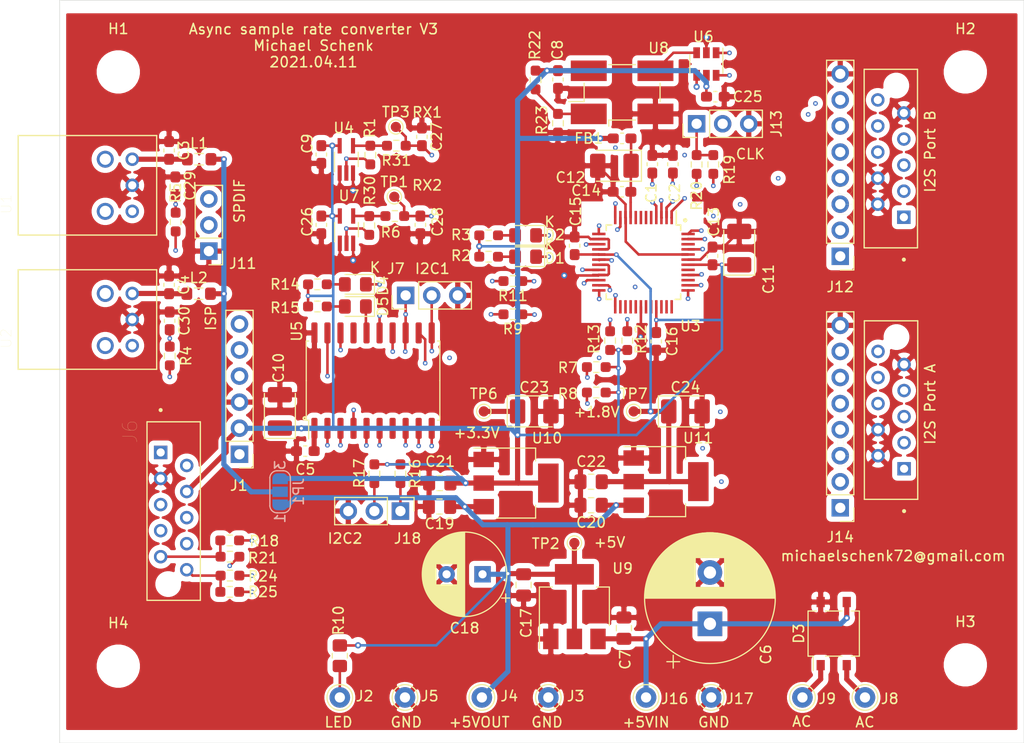
<source format=kicad_pcb>
(kicad_pcb (version 20171130) (host pcbnew "(5.1.9-0-10_14)")
  (layers (0 F.Cu mixed) (1 In1.Cu signal) (2 In2.Cu signal) (31 B.Cu mixed) (34 B.Paste user) (35 F.Paste user) (36 B.SilkS user) (37 F.SilkS user) (38 B.Mask user) (39 F.Mask user) (44 Edge.Cuts user))
  (net 0 "")
  (net 1 "Net-(C1-Pad2)")
  (net 2 GND)
  (net 3 +3V3)
  (net 4 "Net-(D1-Pad2)")
  (net 5 "Net-(D1-Pad1)")
  (net 6 "Net-(D2-Pad2)")
  (net 7 "Net-(D2-Pad1)")
  (net 8 "Net-(C6-Pad1)")
  (net 9 "Net-(D3-Pad2)")
  (net 10 "Net-(D3-Pad1)")
  (net 11 "Net-(J1-Pad5)")
  (net 12 "Net-(J1-Pad4)")
  (net 13 "Net-(J1-Pad1)")
  (net 14 "Net-(J2-Pad1)")
  (net 15 SCL)
  (net 16 SDA)
  (net 17 +1V8)
  (net 18 "Net-(C2-Pad1)")
  (net 19 "Net-(R12-Pad1)")
  (net 20 "Net-(R13-Pad1)")
  (net 21 RESET)
  (net 22 "Net-(R9-Pad1)")
  (net 23 "Net-(R11-Pad1)")
  (net 24 BCKB)
  (net 25 LRCKB)
  (net 26 SDOUTB)
  (net 27 "Net-(J13-Pad2)")
  (net 28 "Net-(R19-Pad1)")
  (net 29 "Net-(R22-Pad1)")
  (net 30 BCKA)
  (net 31 LRCKA)
  (net 32 SDOUTA)
  (net 33 MCLK1)
  (net 34 MCLK3)
  (net 35 "Net-(R20-Pad1)")
  (net 36 MCLK2)
  (net 37 "Net-(U6-Pad3)")
  (net 38 "Net-(C27-Pad2)")
  (net 39 "Net-(C28-Pad2)")
  (net 40 "Net-(R1-Pad2)")
  (net 41 "Net-(R30-Pad2)")
  (net 42 "Net-(C12-Pad1)")
  (net 43 RC4)
  (net 44 RC5)
  (net 45 "Net-(D4-Pad2)")
  (net 46 "Net-(D4-Pad1)")
  (net 47 "Net-(D5-Pad2)")
  (net 48 "Net-(D5-Pad1)")
  (net 49 RA4)
  (net 50 RA5)
  (net 51 "Net-(J6-Pad1)")
  (net 52 "Net-(J6-Pad2)")
  (net 53 RC6)
  (net 54 SDA2)
  (net 55 SCL2)
  (net 56 "Net-(J6-Pad10)")
  (net 57 RC7)
  (net 58 "Net-(J6-Pad9)")
  (net 59 "Net-(C3-Pad2)")
  (net 60 "Net-(C4-Pad2)")
  (net 61 +5V)
  (net 62 "Net-(C29-Pad2)")
  (net 63 "Net-(C30-Pad2)")
  (net 64 "Net-(JP1-Pad2)")
  (module kicad-snk:PLR135-T10_PLT133-T10W (layer F.Cu) (at 112.395 85.725 90)
    (fp_text reference U2 (at -1.827255 -9.646905 90) (layer F.SilkS) (effects (font (size 1.001236 1.001236) (thickness 0.015))))
    (fp_text value PLR135-T10)
    (pad 1 thru_hole circle (at 2.54 2.63 90) (size 1.308 1.308) (drill 0.8) (layers *.Cu *.Mask) (net 60 "Net-(C4-Pad2)"))
    (pad 2 thru_hole circle (at 0 2.63 90) (size 1.308 1.308) (drill 0.8) (layers *.Cu *.Mask) (net 2 GND))
    (pad 3 thru_hole circle (at -2.54 2.63 90) (size 1.308 1.308) (drill 0.8) (layers *.Cu *.Mask) (net 63 "Net-(C30-Pad2)"))
    (pad NC2 thru_hole circle (at -2.54 0 90) (size 1.65 1.65) (drill 1.1) (layers *.Cu *.Mask))
    (pad NC1 thru_hole circle (at 2.54 0 90) (size 1.65 1.65) (drill 1.1) (layers *.Cu *.Mask))
  )
  (module kicad-snk:PLR135-T10_PLT133-T10W (layer F.Cu) (at 112.395 72.644 90)
    (fp_text reference U1 (at -1.827255 -9.646905 90) (layer F.SilkS) (effects (font (size 1.001236 1.001236) (thickness 0.015))))
    (fp_text value PLR135-T10)
    (pad 1 thru_hole circle (at 2.54 2.63 90) (size 1.308 1.308) (drill 0.8) (layers *.Cu *.Mask) (net 59 "Net-(C3-Pad2)"))
    (pad 2 thru_hole circle (at 0 2.63 90) (size 1.308 1.308) (drill 0.8) (layers *.Cu *.Mask) (net 2 GND))
    (pad 3 thru_hole circle (at -2.54 2.63 90) (size 1.308 1.308) (drill 0.8) (layers *.Cu *.Mask) (net 62 "Net-(C29-Pad2)"))
    (pad NC2 thru_hole circle (at -2.54 0 90) (size 1.65 1.65) (drill 1.1) (layers *.Cu *.Mask))
    (pad NC1 thru_hole circle (at 2.54 0 90) (size 1.65 1.65) (drill 1.1) (layers *.Cu *.Mask))
  )
  (module Inductor_SMD:L_0805_2012Metric_Pad1.05x1.20mm_HandSolder (layer F.Cu) (at 121.4952 83.2104)
    (fp_text reference L2 (at 0 -1.55) (layer F.SilkS))
    (fp_text value 47uH)
    (pad 2 smd roundrect (at 1.15 0) (size 1.05 1.2) (layers F.Cu F.Paste F.Mask) (roundrect_rratio 0.238095) (net 64 "Net-(JP1-Pad2)"))
    (pad 1 smd roundrect (at -1.15 0) (size 1.05 1.2) (layers F.Cu F.Paste F.Mask) (roundrect_rratio 0.238095) (net 60 "Net-(C4-Pad2)"))
  )
  (module Inductor_SMD:L_0805_2012Metric_Pad1.05x1.20mm_HandSolder (layer F.Cu) (at 121.546 70.104)
    (fp_text reference L1 (at 0 -1.55) (layer F.SilkS))
    (fp_text value 47uH)
    (pad 2 smd roundrect (at 1.15 0) (size 1.05 1.2) (layers F.Cu F.Paste F.Mask) (roundrect_rratio 0.238095) (net 64 "Net-(JP1-Pad2)"))
    (pad 1 smd roundrect (at -1.15 0) (size 1.05 1.2) (layers F.Cu F.Paste F.Mask) (roundrect_rratio 0.238095) (net 59 "Net-(C3-Pad2)"))
  )
  (module Jumper:SolderJumper-3_P1.3mm_Open_RoundedPad1.0x1.5mm_NumberLabels (layer B.Cu) (at 129.4384 102.5144 90)
    (fp_text reference JP1 (at 0 1.8 90) (layer B.SilkS) (effects (justify mirror)))
    (fp_text value SolderJumper_3_Open)
    (fp_text user 1 (at -2.6 0 90) (layer B.SilkS) (effects (justify mirror)))
    (fp_text user 3 (at 2.6 0 90) (layer B.SilkS) (effects (justify mirror)))
    (pad 2 smd rect (at 0 0 90) (size 1 1.5) (layers B.Cu B.Mask) (net 64 "Net-(JP1-Pad2)"))
    (pad 3 smd custom (at 1.3 0 90) (size 1 0.5) (layers B.Cu B.Mask) (net 3 +3V3) (options (clearance outline) (anchor rect)) (primitives (gr_circle (center 0 -0.25) (end 0.5 -0.25) (width 0)) (gr_circle (center 0 0.25) (end 0.5 0.25) (width 0)) (gr_poly (pts (xy -0.55 0.75) (xy 0 0.75) (xy 0 -0.75) (xy -0.55 -0.75)) (width 0))))
    (pad 1 smd custom (at -1.3 0 90) (size 1 0.5) (layers B.Cu B.Mask) (net 61 +5V) (options (clearance outline) (anchor rect)) (primitives (gr_circle (center 0 -0.25) (end 0.5 -0.25) (width 0)) (gr_circle (center 0 0.25) (end 0.5 0.25) (width 0)) (gr_poly (pts (xy 0.55 0.75) (xy 0 0.75) (xy 0 -0.75) (xy 0.55 -0.75)) (width 0))))
  )
  (module Capacitor_SMD:C_0603_1608Metric_Pad1.08x0.95mm_HandSolder (layer F.Cu) (at 118.6688 85.8531 270)
    (fp_text reference C30 (at 0 -1.43 90) (layer F.SilkS))
    (fp_text value 33pF)
    (pad 2 smd roundrect (at 0.8625 0 270) (size 1.075 0.95) (layers F.Cu F.Paste F.Mask) (net 63 "Net-(C30-Pad2)"))
    (pad 1 smd roundrect (at -0.8625 0 270) (size 1.075 0.95) (layers F.Cu F.Paste F.Mask) (net 2 GND))
  )
  (module Capacitor_SMD:C_0603_1608Metric_Pad1.08x0.95mm_HandSolder (layer F.Cu) (at 119.2276 72.6937 270)
    (fp_text reference C29 (at 0 -1.43 90) (layer F.SilkS))
    (fp_text value 33pF)
    (pad 2 smd roundrect (at 0.8625 0 270) (size 1.075 0.95) (layers F.Cu F.Paste F.Mask) (net 62 "Net-(C29-Pad2)"))
    (pad 1 smd roundrect (at -0.8625 0 270) (size 1.075 0.95) (layers F.Cu F.Paste F.Mask) (net 2 GND))
  )
  (module TestPoint:TestPoint_Pad_D1.0mm (layer F.Cu) (at 158.115 107.5055)
    (fp_text reference TP2 (at -2.794 0.0635) (layer F.SilkS))
    (fp_text value 5V)
    (pad 1 smd circle (at 0 0) (size 1 1) (layers F.Cu F.Mask) (net 61 +5V))
  )
  (module Resistor_SMD:R_0603_1608Metric_Pad0.98x0.95mm_HandSolder (layer F.Cu) (at 124.547 110.6805 180)
    (fp_text reference R25 (at -3.215 -1.5875) (layer F.SilkS))
    (fp_text value 0R)
    (pad 2 smd roundrect (at 0.9125 0 180) (size 0.975 0.95) (layers F.Cu F.Paste F.Mask) (net 56 "Net-(J6-Pad10)"))
    (pad 1 smd roundrect (at -0.9125 0 180) (size 0.975 0.95) (layers F.Cu F.Paste F.Mask) (net 57 RC7))
  )
  (module Resistor_SMD:R_0603_1608Metric_Pad0.98x0.95mm_HandSolder (layer F.Cu) (at 124.5235 112.268)
    (fp_text reference R24 (at 3.2385 -1.524) (layer F.SilkS))
    (fp_text value 0R)
    (pad 2 smd roundrect (at 0.9125 0) (size 0.975 0.95) (layers F.Cu F.Paste F.Mask) (net 55 SCL2))
    (pad 1 smd roundrect (at -0.9125 0) (size 0.975 0.95) (layers F.Cu F.Paste F.Mask) (net 56 "Net-(J6-Pad10)"))
  )
  (module Resistor_SMD:R_0603_1608Metric_Pad0.98x0.95mm_HandSolder (layer F.Cu) (at 124.5235 107.2515 180)
    (fp_text reference R21 (at -3.2385 -1.7145) (layer F.SilkS))
    (fp_text value 0R)
    (pad 2 smd roundrect (at 0.9125 0 180) (size 0.975 0.95) (layers F.Cu F.Paste F.Mask) (net 58 "Net-(J6-Pad9)"))
    (pad 1 smd roundrect (at -0.9125 0 180) (size 0.975 0.95) (layers F.Cu F.Paste F.Mask) (net 53 RC6))
  )
  (module Resistor_SMD:R_0603_1608Metric_Pad0.98x0.95mm_HandSolder (layer F.Cu) (at 124.547 108.839)
    (fp_text reference R18 (at 3.342 -1.524) (layer F.SilkS))
    (fp_text value 0R)
    (pad 2 smd roundrect (at 0.9125 0) (size 0.975 0.95) (layers F.Cu F.Paste F.Mask) (net 54 SDA2))
    (pad 1 smd roundrect (at -0.9125 0) (size 0.975 0.95) (layers F.Cu F.Paste F.Mask) (net 58 "Net-(J6-Pad9)"))
  )
  (module Resistor_SMD:R_0603_1608Metric_Pad0.98x0.95mm_HandSolder (layer F.Cu) (at 138.6205 100.751 270)
    (fp_text reference R17 (at -0.04 1.4605 90) (layer F.SilkS))
    (fp_text value 4K99)
    (pad 2 smd roundrect (at 0.9125 0 270) (size 0.975 0.95) (layers F.Cu F.Paste F.Mask) (net 55 SCL2))
    (pad 1 smd roundrect (at -0.9125 0 270) (size 0.975 0.95) (layers F.Cu F.Paste F.Mask) (net 3 +3V3))
  )
  (module Resistor_SMD:R_0603_1608Metric_Pad0.98x0.95mm_HandSolder (layer F.Cu) (at 141.1605 100.751 270)
    (fp_text reference R16 (at 0 -1.43 90) (layer F.SilkS))
    (fp_text value 4K99)
    (pad 2 smd roundrect (at 0.9125 0 270) (size 0.975 0.95) (layers F.Cu F.Paste F.Mask) (net 54 SDA2))
    (pad 1 smd roundrect (at -0.9125 0 270) (size 0.975 0.95) (layers F.Cu F.Paste F.Mask) (net 3 +3V3))
  )
  (module Connector_PinHeader_2.54mm:PinHeader_1x03_P2.54mm_Vertical (layer F.Cu) (at 141.1605 104.394 270)
    (fp_text reference J18 (at 2.667 -0.6985 180) (layer F.SilkS))
    (fp_text value I2C2)
    (pad 3 thru_hole oval (at 0 5.08 270) (size 1.7 1.7) (drill 1) (layers *.Cu *.Mask) (net 2 GND))
    (pad 2 thru_hole oval (at 0 2.54 270) (size 1.7 1.7) (drill 1) (layers *.Cu *.Mask) (net 55 SCL2))
    (pad 1 thru_hole rect (at 0 0 270) (size 1.7 1.7) (drill 1) (layers *.Cu *.Mask) (net 54 SDA2))
  )
  (module Resistor_SMD:R_0603_1608Metric_Pad0.98x0.95mm_HandSolder (layer F.Cu) (at 133.0725 84.455)
    (fp_text reference R15 (at -3.1515 0.127) (layer F.SilkS))
    (fp_text value 330R)
    (pad 2 smd roundrect (at 0.9125 0) (size 0.975 0.95) (layers F.Cu F.Paste F.Mask) (net 47 "Net-(D5-Pad2)"))
    (pad 1 smd roundrect (at -0.9125 0) (size 0.975 0.95) (layers F.Cu F.Paste F.Mask) (net 3 +3V3))
  )
  (module Resistor_SMD:R_0603_1608Metric_Pad0.98x0.95mm_HandSolder (layer F.Cu) (at 133.0725 82.296)
    (fp_text reference R14 (at -3.1515 0) (layer F.SilkS))
    (fp_text value 330R)
    (pad 2 smd roundrect (at 0.9125 0) (size 0.975 0.95) (layers F.Cu F.Paste F.Mask) (net 45 "Net-(D4-Pad2)"))
    (pad 1 smd roundrect (at -0.9125 0) (size 0.975 0.95) (layers F.Cu F.Paste F.Mask) (net 3 +3V3))
  )
  (module LED_SMD:LED_0805_2012Metric_Pad1.15x1.40mm_HandSolder (layer F.Cu) (at 136.77 84.455 180)
    (fp_text reference D5 (at -2.676 0 90) (layer F.SilkS))
    (fp_text value LED)
    (pad 2 smd roundrect (at 1.025 0 180) (size 1.15 1.4) (layers F.Cu F.Paste F.Mask) (roundrect_rratio 0.2173904347826087) (net 47 "Net-(D5-Pad2)"))
    (pad 1 smd roundrect (at -1.025 0 180) (size 1.15 1.4) (layers F.Cu F.Paste F.Mask) (roundrect_rratio 0.2173904347826087) (net 48 "Net-(D5-Pad1)"))
  )
  (module LED_SMD:LED_0805_2012Metric_Pad1.15x1.40mm_HandSolder (layer F.Cu) (at 136.77 82.296 180)
    (fp_text reference D4 (at -2.676 -0.127 90) (layer F.SilkS))
    (fp_text value LED)
    (pad 2 smd roundrect (at 1.025 0 180) (size 1.15 1.4) (layers F.Cu F.Paste F.Mask) (roundrect_rratio 0.2173904347826087) (net 45 "Net-(D4-Pad2)"))
    (pad 1 smd roundrect (at -1.025 0 180) (size 1.15 1.4) (layers F.Cu F.Paste F.Mask) (roundrect_rratio 0.2173904347826087) (net 46 "Net-(D4-Pad1)"))
  )
  (module Resistor_SMD:R_0603_1608Metric_Pad0.98x0.95mm_HandSolder (layer F.Cu) (at 119.253 76.2235 90)
    (fp_text reference R5 (at 2.8175 0 90) (layer F.SilkS))
    (fp_text value 0R)
    (pad 2 smd roundrect (at 0.9125 0 90) (size 0.975 0.95) (layers F.Cu F.Paste F.Mask) (net 62 "Net-(C29-Pad2)"))
    (pad 1 smd roundrect (at -0.9125 0 90) (size 0.975 0.95) (layers F.Cu F.Paste F.Mask) (net 52 "Net-(J6-Pad2)"))
  )
  (module Resistor_SMD:R_0603_1608Metric_Pad0.98x0.95mm_HandSolder (layer F.Cu) (at 118.6815 89.281 270)
    (fp_text reference R4 (at 0 -1.5875 90) (layer F.SilkS))
    (fp_text value 0R)
    (pad 2 smd roundrect (at 0.9125 0 270) (size 0.975 0.95) (layers F.Cu F.Paste F.Mask) (net 51 "Net-(J6-Pad1)"))
    (pad 1 smd roundrect (at -0.9125 0 270) (size 0.975 0.95) (layers F.Cu F.Paste F.Mask) (net 63 "Net-(C30-Pad2)"))
  )
  (module Capacitor_SMD:C_0603_1608Metric_Pad1.08x0.95mm_HandSolder (layer F.Cu) (at 162.7643 68.072)
    (fp_text reference FB1 (at -3.2523 0) (layer F.SilkS))
    (fp_text value Ferrite_Bead_Small)
    (pad 2 smd roundrect (at 0.8625 0) (size 1.075 0.95) (layers F.Cu F.Paste F.Mask) (net 42 "Net-(C12-Pad1)"))
    (pad 1 smd roundrect (at -0.8625 0) (size 1.075 0.95) (layers F.Cu F.Paste F.Mask) (net 3 +3V3))
  )
  (module Package_TO_SOT_SMD:SOT-353_SC-70-5_Handsoldering (layer F.Cu) (at 135.905 76.9655 90)
    (fp_text reference U7 (at 3.3055 0.239 180) (layer F.SilkS))
    (fp_text value 74LVC1G125)
    (pad 5 smd rect (at 1.33 -0.65 90) (size 1.5 0.4) (layers F.Cu F.Paste F.Mask) (net 3 +3V3))
    (pad 4 smd rect (at 1.33 0.65 90) (size 1.5 0.4) (layers F.Cu F.Paste F.Mask) (net 41 "Net-(R30-Pad2)"))
    (pad 3 smd rect (at -1.33 0.65 90) (size 1.5 0.4) (layers F.Cu F.Paste F.Mask) (net 2 GND))
    (pad 2 smd rect (at -1.33 0 90) (size 1.5 0.4) (layers F.Cu F.Paste F.Mask) (net 63 "Net-(C30-Pad2)"))
    (pad 1 smd rect (at -1.33 -0.65 90) (size 1.5 0.4) (layers F.Cu F.Paste F.Mask) (net 2 GND))
  )
  (module Package_TO_SOT_SMD:SOT-353_SC-70-5_Handsoldering (layer F.Cu) (at 135.89 70.1202 90)
    (fp_text reference U4 (at 3.0642 -0.254 180) (layer F.SilkS))
    (fp_text value 74LVC1G125)
    (pad 5 smd rect (at 1.33 -0.65 90) (size 1.5 0.4) (layers F.Cu F.Paste F.Mask) (net 3 +3V3))
    (pad 4 smd rect (at 1.33 0.65 90) (size 1.5 0.4) (layers F.Cu F.Paste F.Mask) (net 40 "Net-(R1-Pad2)"))
    (pad 3 smd rect (at -1.33 0.65 90) (size 1.5 0.4) (layers F.Cu F.Paste F.Mask) (net 2 GND))
    (pad 2 smd rect (at -1.33 0 90) (size 1.5 0.4) (layers F.Cu F.Paste F.Mask) (net 62 "Net-(C29-Pad2)"))
    (pad 1 smd rect (at -1.33 -0.65 90) (size 1.5 0.4) (layers F.Cu F.Paste F.Mask) (net 2 GND))
  )
  (module Resistor_SMD:R_0603_1608Metric_Pad0.98x0.95mm_HandSolder (layer F.Cu) (at 140.7649 68.7832 180)
    (fp_text reference R31 (at 0 -1.43) (layer F.SilkS))
    (fp_text value 33R)
    (pad 2 smd roundrect (at 0.9125 0 180) (size 0.975 0.95) (layers F.Cu F.Paste F.Mask) (net 40 "Net-(R1-Pad2)"))
    (pad 1 smd roundrect (at -0.9125 0 180) (size 0.975 0.95) (layers F.Cu F.Paste F.Mask) (net 38 "Net-(C27-Pad2)"))
  )
  (module Resistor_SMD:R_0603_1608Metric_Pad0.98x0.95mm_HandSolder (layer F.Cu) (at 138.1252 76.5575 90)
    (fp_text reference R30 (at 3.4055 0.0508 90) (layer F.SilkS))
    (fp_text value NC)
    (pad 2 smd roundrect (at 0.9125 0 90) (size 0.975 0.95) (layers F.Cu F.Paste F.Mask) (net 41 "Net-(R30-Pad2)"))
    (pad 1 smd roundrect (at -0.9125 0 90) (size 0.975 0.95) (layers F.Cu F.Paste F.Mask) (net 63 "Net-(C30-Pad2)"))
  )
  (module Resistor_SMD:R_0603_1608Metric_Pad0.98x0.95mm_HandSolder (layer F.Cu) (at 138.2268 69.6957 90)
    (fp_text reference R1 (at 2.6397 -0.0508 90) (layer F.SilkS))
    (fp_text value NC)
    (pad 2 smd roundrect (at 0.9125 0 90) (size 0.975 0.95) (layers F.Cu F.Paste F.Mask) (net 40 "Net-(R1-Pad2)"))
    (pad 1 smd roundrect (at -0.9125 0 90) (size 0.975 0.95) (layers F.Cu F.Paste F.Mask) (net 62 "Net-(C29-Pad2)"))
  )
  (module Capacitor_SMD:C_0603_1608Metric_Pad1.08x0.95mm_HandSolder (layer F.Cu) (at 143.1036 76.5037 90)
    (fp_text reference C28 (at 0.3037 1.6764 90) (layer F.SilkS))
    (fp_text value 33pF)
    (pad 2 smd roundrect (at 0.8625 0 90) (size 1.075 0.95) (layers F.Cu F.Paste F.Mask) (net 39 "Net-(C28-Pad2)"))
    (pad 1 smd roundrect (at -0.8625 0 90) (size 1.075 0.95) (layers F.Cu F.Paste F.Mask) (net 2 GND))
  )
  (module Capacitor_SMD:C_0603_1608Metric_Pad1.08x0.95mm_HandSolder (layer F.Cu) (at 143.256 67.9207 270)
    (fp_text reference C27 (at 0 -1.43 90) (layer F.SilkS))
    (fp_text value 33pF)
    (pad 2 smd roundrect (at 0.8625 0 270) (size 1.075 0.95) (layers F.Cu F.Paste F.Mask) (net 38 "Net-(C27-Pad2)"))
    (pad 1 smd roundrect (at -0.8625 0 270) (size 1.075 0.95) (layers F.Cu F.Paste F.Mask) (net 2 GND))
  )
  (module Capacitor_SMD:C_0603_1608Metric_Pad1.08x0.95mm_HandSolder (layer F.Cu) (at 133.4516 76.5037 270)
    (fp_text reference C26 (at -0.3037 1.3716 90) (layer F.SilkS))
    (fp_text value 100nF)
    (pad 2 smd roundrect (at 0.8625 0 270) (size 1.075 0.95) (layers F.Cu F.Paste F.Mask) (net 2 GND))
    (pad 1 smd roundrect (at -0.8625 0 270) (size 1.075 0.95) (layers F.Cu F.Paste F.Mask) (net 3 +3V3))
  )
  (module Capacitor_SMD:C_0603_1608Metric_Pad1.08x0.95mm_HandSolder (layer F.Cu) (at 133.4516 69.6457 270)
    (fp_text reference C9 (at -1.0657 1.3716 90) (layer F.SilkS))
    (fp_text value 100nF)
    (pad 2 smd roundrect (at 0.8625 0 270) (size 1.075 0.95) (layers F.Cu F.Paste F.Mask) (net 2 GND))
    (pad 1 smd roundrect (at -0.8625 0 270) (size 1.075 0.95) (layers F.Cu F.Paste F.Mask) (net 3 +3V3))
  )
  (module Package_TO_SOT_SMD:SOT-23-6 (layer F.Cu) (at 170.9776 60.8252 270)
    (fp_text reference U6 (at -2.6592 0.2896 180) (layer F.SilkS))
    (fp_text value PL133-37TI-R)
    (pad 5 smd rect (at 1.1 0 270) (size 1.06 0.65) (layers F.Cu F.Paste F.Mask) (net 3 +3V3))
    (pad 6 smd rect (at 1.1 -0.95 270) (size 1.06 0.65) (layers F.Cu F.Paste F.Mask) (net 36 MCLK2))
    (pad 4 smd rect (at 1.1 0.95 270) (size 1.06 0.65) (layers F.Cu F.Paste F.Mask) (net 33 MCLK1))
    (pad 3 smd rect (at -1.1 0.95 270) (size 1.06 0.65) (layers F.Cu F.Paste F.Mask) (net 37 "Net-(U6-Pad3)"))
    (pad 2 smd rect (at -1.1 0 270) (size 1.06 0.65) (layers F.Cu F.Paste F.Mask) (net 2 GND))
    (pad 1 smd rect (at -1.1 -0.95 270) (size 1.06 0.65) (layers F.Cu F.Paste F.Mask) (net 34 MCLK3))
  )
  (module Capacitor_SMD:C_0603_1608Metric_Pad1.08x0.95mm_HandSolder (layer F.Cu) (at 171.8553 64.008 180)
    (fp_text reference C25 (at -3.1507 0) (layer F.SilkS))
    (fp_text value 100nF)
    (pad 2 smd roundrect (at 0.8625 0 180) (size 1.075 0.95) (layers F.Cu F.Paste F.Mask) (net 3 +3V3))
    (pad 1 smd roundrect (at -0.8625 0 180) (size 1.075 0.95) (layers F.Cu F.Paste F.Mask) (net 2 GND))
  )
  (module Resistor_SMD:R_0603_1608Metric_Pad0.98x0.95mm_HandSolder (layer F.Cu) (at 156.5148 66.5969 90)
    (fp_text reference R23 (at 0.3029 -1.5748 90) (layer F.SilkS))
    (fp_text value NC)
    (pad 2 smd roundrect (at 0.9125 0 90) (size 0.975 0.95) (layers F.Cu F.Paste F.Mask) (net 29 "Net-(R22-Pad1)"))
    (pad 1 smd roundrect (at -0.9125 0 90) (size 0.975 0.95) (layers F.Cu F.Paste F.Mask) (net 2 GND))
  )
  (module Resistor_SMD:R_0603_1608Metric_Pad0.98x0.95mm_HandSolder (layer F.Cu) (at 154.3304 62.3805 90)
    (fp_text reference R22 (at 3.4055 -0.0635 90) (layer F.SilkS))
    (fp_text value 4K99)
    (pad 2 smd roundrect (at 0.9125 0 90) (size 0.975 0.95) (layers F.Cu F.Paste F.Mask) (net 3 +3V3))
    (pad 1 smd roundrect (at -0.9125 0 90) (size 0.975 0.95) (layers F.Cu F.Paste F.Mask) (net 29 "Net-(R22-Pad1)"))
  )
  (module Resistor_SMD:R_0603_1608Metric_Pad0.98x0.95mm_HandSolder (layer F.Cu) (at 170.0276 70.6139 90)
    (fp_text reference R20 (at -3.0461 0 90) (layer F.SilkS))
    (fp_text value 0R)
    (pad 2 smd roundrect (at 0.9125 0 90) (size 0.975 0.95) (layers F.Cu F.Paste F.Mask) (net 33 MCLK1))
    (pad 1 smd roundrect (at -0.9125 0 90) (size 0.975 0.95) (layers F.Cu F.Paste F.Mask) (net 35 "Net-(R20-Pad1)"))
  )
  (module Resistor_SMD:R_0603_1608Metric_Pad0.98x0.95mm_HandSolder (layer F.Cu) (at 171.6532 70.6139 90)
    (fp_text reference R19 (at -0.5061 1.5748 90) (layer F.SilkS))
    (fp_text value NC)
    (pad 2 smd roundrect (at 0.9125 0 90) (size 0.975 0.95) (layers F.Cu F.Paste F.Mask) (net 33 MCLK1))
    (pad 1 smd roundrect (at -0.9125 0 90) (size 0.975 0.95) (layers F.Cu F.Paste F.Mask) (net 28 "Net-(R19-Pad1)"))
  )
  (module Resistor_SMD:R_0603_1608Metric_Pad0.98x0.95mm_HandSolder (layer F.Cu) (at 161.5948 87.7805 270)
    (fp_text reference R13 (at -0.1505 1.5748 90) (layer F.SilkS))
    (fp_text value 4k99)
    (pad 2 smd roundrect (at 0.9125 0 270) (size 0.975 0.95) (layers F.Cu F.Paste F.Mask) (net 3 +3V3))
    (pad 1 smd roundrect (at -0.9125 0 270) (size 0.975 0.95) (layers F.Cu F.Paste F.Mask) (net 20 "Net-(R13-Pad1)"))
  )
  (module Resistor_SMD:R_0603_1608Metric_Pad0.98x0.95mm_HandSolder (layer F.Cu) (at 163.2712 87.7805 270)
    (fp_text reference R12 (at -0.1505 -1.3208 90) (layer F.SilkS))
    (fp_text value 1k)
    (pad 2 smd roundrect (at 0.9125 0 270) (size 0.975 0.95) (layers F.Cu F.Paste F.Mask) (net 3 +3V3))
    (pad 1 smd roundrect (at -0.9125 0 270) (size 0.975 0.95) (layers F.Cu F.Paste F.Mask) (net 19 "Net-(R12-Pad1)"))
  )
  (module Resistor_SMD:R_0603_1608Metric_Pad0.98x0.95mm_HandSolder (layer F.Cu) (at 152.1187 81.9785 180)
    (fp_text reference R11 (at 0 -1.43) (layer F.SilkS))
    (fp_text value 33R)
    (pad 2 smd roundrect (at 0.9125 0 180) (size 0.975 0.95) (layers F.Cu F.Paste F.Mask) (net 15 SCL))
    (pad 1 smd roundrect (at -0.9125 0 180) (size 0.975 0.95) (layers F.Cu F.Paste F.Mask) (net 23 "Net-(R11-Pad1)"))
  )
  (module Resistor_SMD:R_0603_1608Metric_Pad0.98x0.95mm_HandSolder (layer F.Cu) (at 152.1187 85.217 180)
    (fp_text reference R9 (at 0 -1.43) (layer F.SilkS))
    (fp_text value 33R)
    (pad 2 smd roundrect (at 0.9125 0 180) (size 0.975 0.95) (layers F.Cu F.Paste F.Mask) (net 16 SDA))
    (pad 1 smd roundrect (at -0.9125 0 180) (size 0.975 0.95) (layers F.Cu F.Paste F.Mask) (net 22 "Net-(R9-Pad1)"))
  )
  (module Resistor_SMD:R_0603_1608Metric_Pad0.98x0.95mm_HandSolder (layer F.Cu) (at 140.6125 75.6412 180)
    (fp_text reference R6 (at 0.4045 -1.5748) (layer F.SilkS))
    (fp_text value 33R)
    (pad 2 smd roundrect (at 0.9125 0 180) (size 0.975 0.95) (layers F.Cu F.Paste F.Mask) (net 41 "Net-(R30-Pad2)"))
    (pad 1 smd roundrect (at -0.9125 0 180) (size 0.975 0.95) (layers F.Cu F.Paste F.Mask) (net 39 "Net-(C28-Pad2)"))
  )
  (module Resistor_SMD:R_0603_1608Metric_Pad0.98x0.95mm_HandSolder (layer F.Cu) (at 149.7603 77.5208)
    (fp_text reference R3 (at -2.6943 -0.0508) (layer F.SilkS))
    (fp_text value 330R)
    (pad 2 smd roundrect (at 0.9125 0) (size 0.975 0.95) (layers F.Cu F.Paste F.Mask) (net 6 "Net-(D2-Pad2)"))
    (pad 1 smd roundrect (at -0.9125 0) (size 0.975 0.95) (layers F.Cu F.Paste F.Mask) (net 3 +3V3))
  )
  (module Resistor_SMD:R_0603_1608Metric_Pad0.98x0.95mm_HandSolder (layer F.Cu) (at 149.7565 79.6036)
    (fp_text reference R2 (at -2.6905 -0.1016) (layer F.SilkS))
    (fp_text value 330R)
    (pad 2 smd roundrect (at 0.9125 0) (size 0.975 0.95) (layers F.Cu F.Paste F.Mask) (net 4 "Net-(D1-Pad2)"))
    (pad 1 smd roundrect (at -0.9125 0) (size 0.975 0.95) (layers F.Cu F.Paste F.Mask) (net 3 +3V3))
  )
  (module Connector_Pin:Pin_D1.0mm_L10.0mm (layer F.Cu) (at 171.45 122.555)
    (fp_text reference J17 (at 2.794 0.127) (layer F.SilkS))
    (fp_text value GND)
    (pad 1 thru_hole circle (at 0 0) (size 2 2) (drill 1) (layers *.Cu *.Mask) (net 2 GND))
  )
  (module Connector_Pin:Pin_D1.0mm_L10.0mm (layer F.Cu) (at 165.1 122.555)
    (fp_text reference J16 (at 2.794 0.127) (layer F.SilkS))
    (fp_text value +5VIN)
    (pad 1 thru_hole circle (at 0 0) (size 2 2) (drill 1) (layers *.Cu *.Mask) (net 8 "Net-(C6-Pad1)"))
  )
  (module Resistor_SMD:R_0603_1608Metric_Pad0.98x0.95mm_HandSolder (layer F.Cu) (at 160.2505 92.837 180)
    (fp_text reference R8 (at 2.7705 -0.127) (layer F.SilkS))
    (fp_text value 4K99)
    (pad 2 smd roundrect (at 0.9125 0 180) (size 0.975 0.95) (layers F.Cu F.Paste F.Mask) (net 16 SDA))
    (pad 1 smd roundrect (at -0.9125 0 180) (size 0.975 0.95) (layers F.Cu F.Paste F.Mask) (net 3 +3V3))
  )
  (module Resistor_SMD:R_0603_1608Metric_Pad0.98x0.95mm_HandSolder (layer F.Cu) (at 160.2505 90.3605 180)
    (fp_text reference R7 (at 2.7705 -0.0635) (layer F.SilkS))
    (fp_text value 4K99)
    (pad 2 smd roundrect (at 0.9125 0 180) (size 0.975 0.95) (layers F.Cu F.Paste F.Mask) (net 15 SCL))
    (pad 1 smd roundrect (at -0.9125 0 180) (size 0.975 0.95) (layers F.Cu F.Paste F.Mask) (net 3 +3V3))
  )
  (module Capacitor_SMD:C_0603_1608Metric_Pad1.08x0.95mm_HandSolder (layer F.Cu) (at 166.0906 87.8575 90)
    (fp_text reference C16 (at 0 1.5494 90) (layer F.SilkS))
    (fp_text value 100nF)
    (pad 2 smd roundrect (at 0.8625 0 90) (size 1.075 0.95) (layers F.Cu F.Paste F.Mask) (net 3 +3V3))
    (pad 1 smd roundrect (at -0.8625 0 90) (size 1.075 0.95) (layers F.Cu F.Paste F.Mask) (net 2 GND))
  )
  (module Capacitor_SMD:C_0603_1608Metric_Pad1.08x0.95mm_HandSolder (layer F.Cu) (at 158.1404 78.5357 270)
    (fp_text reference C15 (at -3.3517 -0.1016 90) (layer F.SilkS))
    (fp_text value 100nF)
    (pad 2 smd roundrect (at 0.8625 0 270) (size 1.075 0.95) (layers F.Cu F.Paste F.Mask) (net 17 +1V8))
    (pad 1 smd roundrect (at -0.8625 0 270) (size 1.075 0.95) (layers F.Cu F.Paste F.Mask) (net 2 GND))
  )
  (module Capacitor_SMD:C_0603_1608Metric_Pad1.08x0.95mm_HandSolder (layer F.Cu) (at 162.7505 73.279)
    (fp_text reference C14 (at -3.4925 -0.127) (layer F.SilkS))
    (fp_text value 100nF)
    (pad 2 smd roundrect (at 0.8625 0) (size 1.075 0.95) (layers F.Cu F.Paste F.Mask) (net 42 "Net-(C12-Pad1)"))
    (pad 1 smd roundrect (at -0.8625 0) (size 1.075 0.95) (layers F.Cu F.Paste F.Mask) (net 2 GND))
  )
  (module Capacitor_SMD:C_0603_1608Metric_Pad1.08x0.95mm_HandSolder (layer F.Cu) (at 171.577 79.5285 270)
    (fp_text reference C13 (at -3.3285 -0.127 90) (layer F.SilkS))
    (fp_text value 100nF)
    (pad 2 smd roundrect (at 0.8625 0 270) (size 1.075 0.95) (layers F.Cu F.Paste F.Mask) (net 3 +3V3))
    (pad 1 smd roundrect (at -0.8625 0 270) (size 1.075 0.95) (layers F.Cu F.Paste F.Mask) (net 2 GND))
  )
  (module Capacitor_SMD:C_0603_1608Metric_Pad1.08x0.95mm_HandSolder (layer F.Cu) (at 156.5148 62.3327 270)
    (fp_text reference C8 (at -2.8967 0.0508 90) (layer F.SilkS))
    (fp_text value 100nF)
    (pad 2 smd roundrect (at 0.8625 0 270) (size 1.075 0.95) (layers F.Cu F.Paste F.Mask) (net 2 GND))
    (pad 1 smd roundrect (at -0.8625 0 270) (size 1.075 0.95) (layers F.Cu F.Paste F.Mask) (net 3 +3V3))
  )
  (module Capacitor_SMD:C_0603_1608Metric_Pad1.08x0.95mm_HandSolder (layer F.Cu) (at 131.8895 98.552)
    (fp_text reference C5 (at 0 1.778) (layer F.SilkS))
    (fp_text value 100nF)
    (pad 2 smd roundrect (at 0.8625 0) (size 1.075 0.95) (layers F.Cu F.Paste F.Mask) (net 3 +3V3))
    (pad 1 smd roundrect (at -0.8625 0) (size 1.075 0.95) (layers F.Cu F.Paste F.Mask) (net 2 GND))
  )
  (module Capacitor_SMD:C_0603_1608Metric_Pad1.08x0.95mm_HandSolder (layer F.Cu) (at 118.618 82.3479 270)
    (fp_text reference C4 (at 0 -1.43 90) (layer F.SilkS))
    (fp_text value 100nF)
    (pad 2 smd roundrect (at 0.8625 0 270) (size 1.075 0.95) (layers F.Cu F.Paste F.Mask) (net 60 "Net-(C4-Pad2)"))
    (pad 1 smd roundrect (at -0.8625 0 270) (size 1.075 0.95) (layers F.Cu F.Paste F.Mask) (net 2 GND))
  )
  (module Capacitor_SMD:C_0603_1608Metric_Pad1.08x0.95mm_HandSolder (layer F.Cu) (at 118.618 69.2415 270)
    (fp_text reference C3 (at 0 -1.43 90) (layer F.SilkS))
    (fp_text value 100nF)
    (pad 2 smd roundrect (at 0.8625 0 270) (size 1.075 0.95) (layers F.Cu F.Paste F.Mask) (net 59 "Net-(C3-Pad2)"))
    (pad 1 smd roundrect (at -0.8625 0 270) (size 1.075 0.95) (layers F.Cu F.Paste F.Mask) (net 2 GND))
  )
  (module Capacitor_SMD:C_0603_1608Metric_Pad1.08x0.95mm_HandSolder (layer F.Cu) (at 167.7162 70.5877 90)
    (fp_text reference C2 (at -2.8183 0.1778 90) (layer F.SilkS))
    (fp_text value 100nF)
    (pad 2 smd roundrect (at 0.8625 0 90) (size 1.075 0.95) (layers F.Cu F.Paste F.Mask) (net 2 GND))
    (pad 1 smd roundrect (at -0.8625 0 90) (size 1.075 0.95) (layers F.Cu F.Paste F.Mask) (net 18 "Net-(C2-Pad1)"))
  )
  (module Capacitor_SMD:C_0603_1608Metric_Pad1.08x0.95mm_HandSolder (layer F.Cu) (at 165.7096 70.5877 270)
    (fp_text reference C1 (at 2.8183 0.1016 90) (layer F.SilkS))
    (fp_text value 100nF)
    (pad 2 smd roundrect (at 0.8625 0 270) (size 1.075 0.95) (layers F.Cu F.Paste F.Mask) (net 1 "Net-(C1-Pad2)"))
    (pad 1 smd roundrect (at -0.8625 0 270) (size 1.075 0.95) (layers F.Cu F.Paste F.Mask) (net 2 GND))
  )
  (module TestPoint:TestPoint_Pad_D1.0mm (layer F.Cu) (at 140.5636 73.7616)
    (fp_text reference TP1 (at 0 -1.448) (layer F.SilkS))
    (fp_text value RX2+)
    (pad 1 smd circle (at 0 0) (size 1 1) (layers F.Cu F.Mask) (net 39 "Net-(C28-Pad2)"))
  )
  (module kicad-snk:TE_CONN_RCPT_10POS_0.1_TIN_PCB (layer F.Cu) (at 190.246 100.2665 90)
    (fp_text reference J15 (at 1.40487 -5.69557 90) (layer F.SilkS) (effects (font (size 1.40137 1.40137) (thickness 0.015))))
    (fp_text value A)
    (pad 1 thru_hole rect (at 0 0 90) (size 1.308 1.308) (drill 0.8) (layers *.Cu *.Mask) (net 36 MCLK2))
    (pad 2 thru_hole circle (at 1.27 -2.54 90) (size 1.308 1.308) (drill 0.8) (layers *.Cu *.Mask) (net 2 GND))
    (pad 3 thru_hole circle (at 2.54 0 90) (size 1.308 1.308) (drill 0.8) (layers *.Cu *.Mask) (net 30 BCKA))
    (pad 4 thru_hole circle (at 3.81 -2.54 90) (size 1.308 1.308) (drill 0.8) (layers *.Cu *.Mask) (net 2 GND))
    (pad 5 thru_hole circle (at 5.08 0 90) (size 1.308 1.308) (drill 0.8) (layers *.Cu *.Mask) (net 31 LRCKA))
    (pad 6 thru_hole circle (at 6.35 -2.54 90) (size 1.308 1.308) (drill 0.8) (layers *.Cu *.Mask) (net 16 SDA))
    (pad 7 thru_hole circle (at 7.62 0 90) (size 1.308 1.308) (drill 0.8) (layers *.Cu *.Mask) (net 32 SDOUTA))
    (pad 8 thru_hole circle (at 8.89 -2.54 90) (size 1.308 1.308) (drill 0.8) (layers *.Cu *.Mask) (net 15 SCL))
    (pad 9 thru_hole circle (at 10.16 0 90) (size 1.308 1.308) (drill 0.8) (layers *.Cu *.Mask) (net 2 GND))
    (pad 10 thru_hole circle (at 11.43 -2.54 90) (size 1.308 1.308) (drill 0.8) (layers *.Cu *.Mask) (net 21 RESET))
    (pad None np_thru_hole circle (at 12.83 -0.74 90) (size 1.5 1.5) (drill 1.5) (layers *.Cu *.Mask))
  )
  (module Connector_PinHeader_2.54mm:PinHeader_1x08_P2.54mm_Vertical (layer F.Cu) (at 184.023 104.0765 180)
    (fp_text reference J14 (at 0 -2.8575) (layer F.SilkS))
    (fp_text value PORTA)
    (pad 8 thru_hole oval (at 0 17.78 180) (size 1.7 1.7) (drill 1) (layers *.Cu *.Mask) (net 2 GND))
    (pad 7 thru_hole oval (at 0 15.24 180) (size 1.7 1.7) (drill 1) (layers *.Cu *.Mask) (net 21 RESET))
    (pad 6 thru_hole oval (at 0 12.7 180) (size 1.7 1.7) (drill 1) (layers *.Cu *.Mask) (net 15 SCL))
    (pad 5 thru_hole oval (at 0 10.16 180) (size 1.7 1.7) (drill 1) (layers *.Cu *.Mask) (net 16 SDA))
    (pad 4 thru_hole oval (at 0 7.62 180) (size 1.7 1.7) (drill 1) (layers *.Cu *.Mask) (net 32 SDOUTA))
    (pad 3 thru_hole oval (at 0 5.08 180) (size 1.7 1.7) (drill 1) (layers *.Cu *.Mask) (net 31 LRCKA))
    (pad 2 thru_hole oval (at 0 2.54 180) (size 1.7 1.7) (drill 1) (layers *.Cu *.Mask) (net 30 BCKA))
    (pad 1 thru_hole rect (at 0 0 180) (size 1.7 1.7) (drill 1) (layers *.Cu *.Mask) (net 36 MCLK2))
  )
  (module Connector_PinHeader_2.54mm:PinHeader_1x03_P2.54mm_Vertical (layer F.Cu) (at 170.0276 66.6496 90)
    (fp_text reference J13 (at 0 7.7724 90) (layer F.SilkS))
    (fp_text value CLK)
    (pad 3 thru_hole oval (at 0 5.08 90) (size 1.7 1.7) (drill 1) (layers *.Cu *.Mask) (net 2 GND))
    (pad 2 thru_hole oval (at 0 2.54 90) (size 1.7 1.7) (drill 1) (layers *.Cu *.Mask) (net 27 "Net-(J13-Pad2)"))
    (pad 1 thru_hole rect (at 0 0 90) (size 1.7 1.7) (drill 1) (layers *.Cu *.Mask) (net 33 MCLK1))
  )
  (module Connector_PinHeader_2.54mm:PinHeader_1x03_P2.54mm_Vertical (layer F.Cu) (at 122.4915 79.0575 180)
    (fp_text reference J11 (at -3.302 -1.2065) (layer F.SilkS))
    (fp_text value IN)
    (pad 3 thru_hole oval (at 0 5.08 180) (size 1.7 1.7) (drill 1) (layers *.Cu *.Mask) (net 62 "Net-(C29-Pad2)"))
    (pad 2 thru_hole oval (at 0 2.54 180) (size 1.7 1.7) (drill 1) (layers *.Cu *.Mask) (net 63 "Net-(C30-Pad2)"))
    (pad 1 thru_hole rect (at 0 0 180) (size 1.7 1.7) (drill 1) (layers *.Cu *.Mask) (net 2 GND))
  )
  (module Connector_PinHeader_2.54mm:PinHeader_1x08_P2.54mm_Vertical (layer F.Cu) (at 184.023 79.5655 180)
    (fp_text reference J12 (at 0 -2.9845) (layer F.SilkS))
    (fp_text value PORTB)
    (pad 8 thru_hole oval (at 0 17.78 180) (size 1.7 1.7) (drill 1) (layers *.Cu *.Mask) (net 2 GND))
    (pad 7 thru_hole oval (at 0 15.24 180) (size 1.7 1.7) (drill 1) (layers *.Cu *.Mask) (net 21 RESET))
    (pad 6 thru_hole oval (at 0 12.7 180) (size 1.7 1.7) (drill 1) (layers *.Cu *.Mask) (net 15 SCL))
    (pad 5 thru_hole oval (at 0 10.16 180) (size 1.7 1.7) (drill 1) (layers *.Cu *.Mask) (net 16 SDA))
    (pad 4 thru_hole oval (at 0 7.62 180) (size 1.7 1.7) (drill 1) (layers *.Cu *.Mask) (net 26 SDOUTB))
    (pad 3 thru_hole oval (at 0 5.08 180) (size 1.7 1.7) (drill 1) (layers *.Cu *.Mask) (net 25 LRCKB))
    (pad 2 thru_hole oval (at 0 2.54 180) (size 1.7 1.7) (drill 1) (layers *.Cu *.Mask) (net 24 BCKB))
    (pad 1 thru_hole rect (at 0 0 180) (size 1.7 1.7) (drill 1) (layers *.Cu *.Mask) (net 34 MCLK3))
  )
  (module Connector_PinHeader_2.54mm:PinHeader_1x03_P2.54mm_Vertical (layer F.Cu) (at 141.6685 83.3755 90)
    (fp_text reference J7 (at 2.6035 -0.9525 180) (layer F.SilkS))
    (fp_text value I2C1)
    (pad 3 thru_hole oval (at 0 5.08 90) (size 1.7 1.7) (drill 1) (layers *.Cu *.Mask) (net 2 GND))
    (pad 2 thru_hole oval (at 0 2.54 90) (size 1.7 1.7) (drill 1) (layers *.Cu *.Mask) (net 15 SCL))
    (pad 1 thru_hole rect (at 0 0 90) (size 1.7 1.7) (drill 1) (layers *.Cu *.Mask) (net 16 SDA))
  )
  (module kicad-snk:TE_CONN_RCPT_10POS_0.1_TIN_PCB (layer F.Cu) (at 117.7925 98.679 270)
    (fp_text reference J6 (at -2.032 2.9845 90) (layer F.SilkS) (effects (font (size 1.40137 1.40137) (thickness 0.015))))
    (fp_text value IN)
    (pad 1 thru_hole rect (at 0 0 270) (size 1.308 1.308) (drill 0.8) (layers *.Cu *.Mask) (net 51 "Net-(J6-Pad1)"))
    (pad 2 thru_hole circle (at 1.27 -2.54 270) (size 1.308 1.308) (drill 0.8) (layers *.Cu *.Mask) (net 52 "Net-(J6-Pad2)"))
    (pad 3 thru_hole circle (at 2.54 0 270) (size 1.308 1.308) (drill 0.8) (layers *.Cu *.Mask) (net 2 GND))
    (pad 4 thru_hole circle (at 3.81 -2.54 270) (size 1.308 1.308) (drill 0.8) (layers *.Cu *.Mask) (net 3 +3V3))
    (pad 5 thru_hole circle (at 5.08 0 270) (size 1.308 1.308) (drill 0.8) (layers *.Cu *.Mask) (net 50 RA5))
    (pad 6 thru_hole circle (at 6.35 -2.54 270) (size 1.308 1.308) (drill 0.8) (layers *.Cu *.Mask) (net 49 RA4))
    (pad 7 thru_hole circle (at 7.62 0 270) (size 1.308 1.308) (drill 0.8) (layers *.Cu *.Mask) (net 44 RC5))
    (pad 8 thru_hole circle (at 8.89 -2.54 270) (size 1.308 1.308) (drill 0.8) (layers *.Cu *.Mask) (net 43 RC4))
    (pad 9 thru_hole circle (at 10.16 0 270) (size 1.308 1.308) (drill 0.8) (layers *.Cu *.Mask) (net 58 "Net-(J6-Pad9)"))
    (pad 10 thru_hole circle (at 11.43 -2.54 270) (size 1.308 1.308) (drill 0.8) (layers *.Cu *.Mask) (net 56 "Net-(J6-Pad10)"))
    (pad None np_thru_hole circle (at 12.83 -0.74 270) (size 1.5 1.5) (drill 1.5) (layers *.Cu *.Mask))
  )
  (module Package_TO_SOT_SMD:SOT-223-3_TabPin2 (layer F.Cu) (at 167.0435 101.5225)
    (fp_text reference U11 (at 3.1365 -4.2405) (layer F.SilkS))
    (fp_text value TLV1117-18)
    (pad 1 smd rect (at -3.15 -2.3) (size 2 1.5) (layers F.Cu F.Paste F.Mask) (net 2 GND))
    (pad 3 smd rect (at -3.15 2.3) (size 2 1.5) (layers F.Cu F.Paste F.Mask) (net 61 +5V))
    (pad 2 smd rect (at -3.15 0) (size 2 1.5) (layers F.Cu F.Paste F.Mask) (net 17 +1V8))
    (pad 2 smd rect (at 3.15 0) (size 2 3.8) (layers F.Cu F.Paste F.Mask) (net 17 +1V8))
  )
  (module Package_TO_SOT_SMD:SOT-223-3_TabPin2 (layer F.Cu) (at 152.425 101.6635)
    (fp_text reference U10 (at 3.023 -4.3815) (layer F.SilkS))
    (fp_text value TLV1117-33)
    (pad 1 smd rect (at -3.15 -2.3) (size 2 1.5) (layers F.Cu F.Paste F.Mask) (net 2 GND))
    (pad 3 smd rect (at -3.15 2.3) (size 2 1.5) (layers F.Cu F.Paste F.Mask) (net 61 +5V))
    (pad 2 smd rect (at -3.15 0) (size 2 1.5) (layers F.Cu F.Paste F.Mask) (net 3 +3V3))
    (pad 2 smd rect (at 3.15 0) (size 2 3.8) (layers F.Cu F.Paste F.Mask) (net 3 +3V3))
  )
  (module Package_TO_SOT_SMD:SOT-223-3_TabPin2 (layer F.Cu) (at 158.115 113.7035 90)
    (fp_text reference U9 (at 3.7215 4.699 180) (layer F.SilkS))
    (fp_text value TLV1117-50)
    (pad 1 smd rect (at -3.15 -2.3 90) (size 2 1.5) (layers F.Cu F.Paste F.Mask) (net 2 GND))
    (pad 3 smd rect (at -3.15 2.3 90) (size 2 1.5) (layers F.Cu F.Paste F.Mask) (net 8 "Net-(C6-Pad1)"))
    (pad 2 smd rect (at -3.15 0 90) (size 2 1.5) (layers F.Cu F.Paste F.Mask) (net 61 +5V))
    (pad 2 smd rect (at 3.15 0 90) (size 2 3.8) (layers F.Cu F.Paste F.Mask) (net 61 +5V))
  )
  (module Oscillator:Oscillator_SMD_EuroQuartz_XO91-4Pin_7.0x5.0mm_HandSoldering (layer F.Cu) (at 162.7644 63.5844)
    (fp_text reference U8 (at 3.556 -4.318) (layer F.SilkS))
    (fp_text value ASDMB-xxxMHz)
    (pad 4 smd rect (at -3.25 -2.1) (size 3.5 2) (layers F.Cu F.Paste F.Mask) (net 3 +3V3))
    (pad 3 smd rect (at 3.25 -2.1) (size 3.5 2) (layers F.Cu F.Paste F.Mask) (net 37 "Net-(U6-Pad3)"))
    (pad 2 smd rect (at 3.25 2.1) (size 3.5 2) (layers F.Cu F.Paste F.Mask) (net 2 GND))
    (pad 1 smd rect (at -3.25 2.1) (size 3.5 2) (layers F.Cu F.Paste F.Mask) (net 29 "Net-(R22-Pad1)"))
  )
  (module TestPoint:TestPoint_Pad_D1.0mm (layer F.Cu) (at 163.8935 94.6785)
    (fp_text reference TP7 (at 0 -1.7145) (layer F.SilkS))
    (fp_text value 1.8V)
    (pad 1 smd circle (at 0 0) (size 1 1) (layers F.Cu F.Mask) (net 17 +1V8))
  )
  (module TestPoint:TestPoint_Pad_D1.0mm (layer F.Cu) (at 149.2885 94.6785)
    (fp_text reference TP6 (at 0 -1.7145) (layer F.SilkS))
    (fp_text value 3.3V)
    (pad 1 smd circle (at 0 0) (size 1 1) (layers F.Cu F.Mask) (net 3 +3V3))
  )
  (module TestPoint:TestPoint_Pad_D1.0mm (layer F.Cu) (at 140.716 66.9544)
    (fp_text reference TP3 (at 0 -1.448) (layer F.SilkS))
    (fp_text value RX1+)
    (pad 1 smd circle (at 0 0) (size 1 1) (layers F.Cu F.Mask) (net 38 "Net-(C27-Pad2)"))
  )
  (module kicad-snk:TE_CONN_RCPT_10POS_0.1_TIN_PCB (layer F.Cu) (at 190.224 75.7555 90)
    (fp_text reference J10 (at 1.40487 -5.69557 90) (layer F.SilkS) (effects (font (size 1.40137 1.40137) (thickness 0.015))))
    (fp_text value B)
    (pad 1 thru_hole rect (at 0 0 90) (size 1.308 1.308) (drill 0.8) (layers *.Cu *.Mask) (net 34 MCLK3))
    (pad 2 thru_hole circle (at 1.27 -2.54 90) (size 1.308 1.308) (drill 0.8) (layers *.Cu *.Mask) (net 2 GND))
    (pad 3 thru_hole circle (at 2.54 0 90) (size 1.308 1.308) (drill 0.8) (layers *.Cu *.Mask) (net 24 BCKB))
    (pad 4 thru_hole circle (at 3.81 -2.54 90) (size 1.308 1.308) (drill 0.8) (layers *.Cu *.Mask) (net 2 GND))
    (pad 5 thru_hole circle (at 5.08 0 90) (size 1.308 1.308) (drill 0.8) (layers *.Cu *.Mask) (net 25 LRCKB))
    (pad 6 thru_hole circle (at 6.35 -2.54 90) (size 1.308 1.308) (drill 0.8) (layers *.Cu *.Mask) (net 16 SDA))
    (pad 7 thru_hole circle (at 7.62 0 90) (size 1.308 1.308) (drill 0.8) (layers *.Cu *.Mask) (net 26 SDOUTB))
    (pad 8 thru_hole circle (at 8.89 -2.54 90) (size 1.308 1.308) (drill 0.8) (layers *.Cu *.Mask) (net 15 SCL))
    (pad 9 thru_hole circle (at 10.16 0 90) (size 1.308 1.308) (drill 0.8) (layers *.Cu *.Mask) (net 2 GND))
    (pad 10 thru_hole circle (at 11.43 -2.54 90) (size 1.308 1.308) (drill 0.8) (layers *.Cu *.Mask) (net 21 RESET))
    (pad None np_thru_hole circle (at 12.83 -0.74 90) (size 1.5 1.5) (drill 1.5) (layers *.Cu *.Mask))
  )
  (module Capacitor_Tantalum_SMD:CP_EIA-3528-21_Kemet-B_Pad1.50x2.35mm_HandSolder (layer F.Cu) (at 168.936 94.6785)
    (fp_text reference C24 (at 0 -2.35) (layer F.SilkS))
    (fp_text value 10uF)
    (pad 2 smd roundrect (at 1.625 0) (size 1.5 2.35) (layers F.Cu F.Paste F.Mask) (roundrect_rratio 0.1666666666666667) (net 2 GND))
    (pad 1 smd roundrect (at -1.625 0) (size 1.5 2.35) (layers F.Cu F.Paste F.Mask) (roundrect_rratio 0.1666666666666667) (net 17 +1V8))
  )
  (module Capacitor_Tantalum_SMD:CP_EIA-3528-21_Kemet-B_Pad1.50x2.35mm_HandSolder (layer F.Cu) (at 154.204 94.6785)
    (fp_text reference C23 (at 0 -2.35) (layer F.SilkS))
    (fp_text value 10uF)
    (pad 2 smd roundrect (at 1.625 0) (size 1.5 2.35) (layers F.Cu F.Paste F.Mask) (roundrect_rratio 0.1666666666666667) (net 2 GND))
    (pad 1 smd roundrect (at -1.625 0) (size 1.5 2.35) (layers F.Cu F.Paste F.Mask) (roundrect_rratio 0.1666666666666667) (net 3 +3V3))
  )
  (module Capacitor_SMD:C_0805_2012Metric_Pad1.18x1.45mm_HandSolder (layer F.Cu) (at 159.7445 101.5365 180)
    (fp_text reference C22 (at 0 1.9685) (layer F.SilkS))
    (fp_text value 100nF)
    (pad 2 smd roundrect (at 1.0375 0 180) (size 1.175 1.45) (layers F.Cu F.Paste F.Mask) (roundrect_rratio 0.2127659574468085) (net 2 GND))
    (pad 1 smd roundrect (at -1.0375 0 180) (size 1.175 1.45) (layers F.Cu F.Paste F.Mask) (roundrect_rratio 0.2127659574468085) (net 17 +1V8))
  )
  (module Capacitor_SMD:C_0805_2012Metric_Pad1.18x1.45mm_HandSolder (layer F.Cu) (at 144.992 101.6635 180)
    (fp_text reference C21 (at -0.042 2.0955) (layer F.SilkS))
    (fp_text value 100nF)
    (pad 2 smd roundrect (at 1.0375 0 180) (size 1.175 1.45) (layers F.Cu F.Paste F.Mask) (roundrect_rratio 0.2127659574468085) (net 2 GND))
    (pad 1 smd roundrect (at -1.0375 0 180) (size 1.175 1.45) (layers F.Cu F.Paste F.Mask) (roundrect_rratio 0.2127659574468085) (net 3 +3V3))
  )
  (module Capacitor_SMD:C_0805_2012Metric_Pad1.18x1.45mm_HandSolder (layer F.Cu) (at 159.7445 103.8225 180)
    (fp_text reference C20 (at 0 -1.68) (layer F.SilkS))
    (fp_text value 330nF)
    (pad 2 smd roundrect (at 1.0375 0 180) (size 1.175 1.45) (layers F.Cu F.Paste F.Mask) (roundrect_rratio 0.2127659574468085) (net 2 GND))
    (pad 1 smd roundrect (at -1.0375 0 180) (size 1.175 1.45) (layers F.Cu F.Paste F.Mask) (roundrect_rratio 0.2127659574468085) (net 61 +5V))
  )
  (module Capacitor_SMD:C_0805_2012Metric_Pad1.18x1.45mm_HandSolder (layer F.Cu) (at 144.9705 103.9495 180)
    (fp_text reference C19 (at 0 -1.68) (layer F.SilkS))
    (fp_text value 330nF)
    (pad 2 smd roundrect (at 1.0375 0 180) (size 1.175 1.45) (layers F.Cu F.Paste F.Mask) (roundrect_rratio 0.2127659574468085) (net 2 GND))
    (pad 1 smd roundrect (at -1.0375 0 180) (size 1.175 1.45) (layers F.Cu F.Paste F.Mask) (roundrect_rratio 0.2127659574468085) (net 61 +5V))
  )
  (module Capacitor_THT:CP_Radial_D8.0mm_P3.50mm (layer F.Cu) (at 149.1615 110.5535 180)
    (fp_text reference C18 (at 1.75 -5.25) (layer F.SilkS))
    (fp_text value 100uF)
    (pad 2 thru_hole circle (at 3.5 0 180) (size 1.6 1.6) (drill 0.8) (layers *.Cu *.Mask) (net 2 GND))
    (pad 1 thru_hole rect (at 0 0 180) (size 1.6 1.6) (drill 0.8) (layers *.Cu *.Mask) (net 61 +5V))
  )
  (module Capacitor_SMD:C_0805_2012Metric_Pad1.18x1.45mm_HandSolder (layer F.Cu) (at 153.162 111.591 270)
    (fp_text reference C17 (at 3.725 -0.254 90) (layer F.SilkS))
    (fp_text value 100nF)
    (pad 2 smd roundrect (at 1.0375 0 270) (size 1.175 1.45) (layers F.Cu F.Paste F.Mask) (roundrect_rratio 0.2127659574468085) (net 2 GND))
    (pad 1 smd roundrect (at -1.0375 0 270) (size 1.175 1.45) (layers F.Cu F.Paste F.Mask) (roundrect_rratio 0.2127659574468085) (net 61 +5V))
  )
  (module Connector_PinHeader_2.54mm:PinHeader_1x06_P2.54mm_Vertical (layer F.Cu) (at 125.476 98.8568 180)
    (fp_text reference J1 (at 0.0635 -3.048) (layer F.SilkS))
    (fp_text value Conn_01x06_Male)
    (pad 6 thru_hole oval (at 0 12.7 180) (size 1.7 1.7) (drill 1) (layers *.Cu *.Mask))
    (pad 5 thru_hole oval (at 0 10.16 180) (size 1.7 1.7) (drill 1) (layers *.Cu *.Mask) (net 11 "Net-(J1-Pad5)"))
    (pad 4 thru_hole oval (at 0 7.62 180) (size 1.7 1.7) (drill 1) (layers *.Cu *.Mask) (net 12 "Net-(J1-Pad4)"))
    (pad 3 thru_hole oval (at 0 5.08 180) (size 1.7 1.7) (drill 1) (layers *.Cu *.Mask) (net 2 GND))
    (pad 2 thru_hole oval (at 0 2.54 180) (size 1.7 1.7) (drill 1) (layers *.Cu *.Mask) (net 3 +3V3))
    (pad 1 thru_hole rect (at 0 0 180) (size 1.7 1.7) (drill 1) (layers *.Cu *.Mask) (net 13 "Net-(J1-Pad1)"))
  )
  (module Capacitor_Tantalum_SMD:CP_EIA-3528-21_Kemet-B_Pad1.50x2.35mm_HandSolder (layer F.Cu) (at 162.0145 70.739 180)
    (fp_text reference C12 (at 4.2805 -1.143) (layer F.SilkS))
    (fp_text value 10uF)
    (pad 2 smd roundrect (at 1.625 0 180) (size 1.5 2.35) (layers F.Cu F.Paste F.Mask) (roundrect_rratio 0.1666666666666667) (net 2 GND))
    (pad 1 smd roundrect (at -1.625 0 180) (size 1.5 2.35) (layers F.Cu F.Paste F.Mask) (roundrect_rratio 0.1666666666666667) (net 42 "Net-(C12-Pad1)"))
  )
  (module Capacitor_Tantalum_SMD:CP_EIA-3528-21_Kemet-B_Pad1.50x2.35mm_HandSolder (layer F.Cu) (at 174.1805 78.766 90)
    (fp_text reference C11 (at -3.022 2.8575 90) (layer F.SilkS))
    (fp_text value 10uF)
    (pad 2 smd roundrect (at 1.625 0 90) (size 1.5 2.35) (layers F.Cu F.Paste F.Mask) (roundrect_rratio 0.1666666666666667) (net 2 GND))
    (pad 1 smd roundrect (at -1.625 0 90) (size 1.5 2.35) (layers F.Cu F.Paste F.Mask) (roundrect_rratio 0.1666666666666667) (net 3 +3V3))
  )
  (module Capacitor_Tantalum_SMD:CP_EIA-3528-21_Kemet-B_Pad1.50x2.35mm_HandSolder (layer F.Cu) (at 129.413 94.6785 90)
    (fp_text reference C10 (at 4.2545 -0.127 90) (layer F.SilkS))
    (fp_text value 10uF)
    (pad 2 smd roundrect (at 1.625 0 90) (size 1.5 2.35) (layers F.Cu F.Paste F.Mask) (roundrect_rratio 0.1666666666666667) (net 2 GND))
    (pad 1 smd roundrect (at -1.625 0 90) (size 1.5 2.35) (layers F.Cu F.Paste F.Mask) (roundrect_rratio 0.1666666666666667) (net 3 +3V3))
  )
  (module Package_SO:SOIC-20W_7.5x12.8mm_P1.27mm (layer F.Cu) (at 138.4935 91.6795 90)
    (fp_text reference U5 (at 4.8115 -7.4295 90) (layer F.SilkS))
    (fp_text value PIC16F18446-I/SO)
    (pad 20 smd roundrect (at 4.65 -5.715 90) (size 2.05 0.6) (layers F.Cu F.Paste F.Mask) (net 2 GND))
    (pad 19 smd roundrect (at 4.65 -4.445 90) (size 2.05 0.6) (layers F.Cu F.Paste F.Mask) (net 12 "Net-(J1-Pad4)"))
    (pad 18 smd roundrect (at 4.65 -3.175 90) (size 2.05 0.6) (layers F.Cu F.Paste F.Mask) (net 11 "Net-(J1-Pad5)"))
    (pad 17 smd roundrect (at 4.65 -1.905 90) (size 2.05 0.6) (layers F.Cu F.Paste F.Mask))
    (pad 16 smd roundrect (at 4.65 -0.635 90) (size 2.05 0.6) (layers F.Cu F.Paste F.Mask) (net 48 "Net-(D5-Pad1)"))
    (pad 15 smd roundrect (at 4.65 0.635 90) (size 2.05 0.6) (layers F.Cu F.Paste F.Mask) (net 46 "Net-(D4-Pad1)"))
    (pad 14 smd roundrect (at 4.65 1.905 90) (size 2.05 0.6) (layers F.Cu F.Paste F.Mask) (net 21 RESET))
    (pad 13 smd roundrect (at 4.65 3.175 90) (size 2.05 0.6) (layers F.Cu F.Paste F.Mask) (net 16 SDA))
    (pad 12 smd roundrect (at 4.65 4.445 90) (size 2.05 0.6) (layers F.Cu F.Paste F.Mask) (net 55 SCL2))
    (pad 11 smd roundrect (at 4.65 5.715 90) (size 2.05 0.6) (layers F.Cu F.Paste F.Mask) (net 15 SCL))
    (pad 10 smd roundrect (at -4.65 5.715 90) (size 2.05 0.6) (layers F.Cu F.Paste F.Mask) (net 54 SDA2))
    (pad 9 smd roundrect (at -4.65 4.445 90) (size 2.05 0.6) (layers F.Cu F.Paste F.Mask) (net 57 RC7))
    (pad 8 smd roundrect (at -4.65 3.175 90) (size 2.05 0.6) (layers F.Cu F.Paste F.Mask) (net 53 RC6))
    (pad 7 smd roundrect (at -4.65 1.905 90) (size 2.05 0.6) (layers F.Cu F.Paste F.Mask))
    (pad 6 smd roundrect (at -4.65 0.635 90) (size 2.05 0.6) (layers F.Cu F.Paste F.Mask) (net 43 RC4))
    (pad 5 smd roundrect (at -4.65 -0.635 90) (size 2.05 0.6) (layers F.Cu F.Paste F.Mask) (net 44 RC5))
    (pad 4 smd roundrect (at -4.65 -1.905 90) (size 2.05 0.6) (layers F.Cu F.Paste F.Mask) (net 13 "Net-(J1-Pad1)"))
    (pad 3 smd roundrect (at -4.65 -3.175 90) (size 2.05 0.6) (layers F.Cu F.Paste F.Mask) (net 49 RA4))
    (pad 2 smd roundrect (at -4.65 -4.445 90) (size 2.05 0.6) (layers F.Cu F.Paste F.Mask) (net 50 RA5))
    (pad 1 smd roundrect (at -4.65 -5.715 90) (size 2.05 0.6) (layers F.Cu F.Paste F.Mask) (net 3 +3V3))
  )
  (module Resistor_SMD:R_0805_2012Metric_Pad1.20x1.40mm_HandSolder (layer F.Cu) (at 135.255 118.491 90)
    (fp_text reference R10 (at 3.445 -0.127 90) (layer F.SilkS))
    (fp_text value 330R)
    (pad 2 smd roundrect (at 1 0 90) (size 1.2 1.4) (layers F.Cu F.Paste F.Mask) (roundrect_rratio 0.2083325) (net 61 +5V))
    (pad 1 smd roundrect (at -1 0 90) (size 1.2 1.4) (layers F.Cu F.Paste F.Mask) (roundrect_rratio 0.2083325) (net 14 "Net-(J2-Pad1)"))
  )
  (module Connector_Pin:Pin_D1.0mm_L10.0mm (layer F.Cu) (at 180.34 122.555)
    (fp_text reference J9 (at 2.413 0.127) (layer F.SilkS))
    (fp_text value AC)
    (pad 1 thru_hole circle (at 0 0) (size 2 2) (drill 1) (layers *.Cu *.Mask) (net 10 "Net-(D3-Pad1)"))
  )
  (module Connector_Pin:Pin_D1.0mm_L10.0mm (layer F.Cu) (at 186.436 122.555)
    (fp_text reference J8 (at 2.413 0.127) (layer F.SilkS))
    (fp_text value AC)
    (pad 1 thru_hole circle (at 0 0) (size 2 2) (drill 1) (layers *.Cu *.Mask) (net 9 "Net-(D3-Pad2)"))
  )
  (module Connector_Pin:Pin_D1.0mm_L10.0mm (layer F.Cu) (at 141.605 122.555)
    (fp_text reference J5 (at 2.413 -0.127) (layer F.SilkS))
    (fp_text value GND)
    (pad 1 thru_hole circle (at 0 0) (size 2 2) (drill 1) (layers *.Cu *.Mask) (net 2 GND))
  )
  (module Connector_Pin:Pin_D1.0mm_L10.0mm (layer F.Cu) (at 149.098 122.555)
    (fp_text reference J4 (at 2.667 -0.127) (layer F.SilkS))
    (fp_text value +5VOUT)
    (pad 1 thru_hole circle (at 0 0) (size 2 2) (drill 1) (layers *.Cu *.Mask) (net 61 +5V))
  )
  (module Connector_Pin:Pin_D1.0mm_L10.0mm (layer F.Cu) (at 155.575 122.555)
    (fp_text reference J3 (at 2.667 -0.127) (layer F.SilkS))
    (fp_text value GND)
    (pad 1 thru_hole circle (at 0 0) (size 2 2) (drill 1) (layers *.Cu *.Mask) (net 2 GND))
  )
  (module Connector_Pin:Pin_D1.0mm_L10.0mm (layer F.Cu) (at 135.255 122.555)
    (fp_text reference J2 (at 2.413 -0.127) (layer F.SilkS))
    (fp_text value LED)
    (pad 1 thru_hole circle (at 0 0) (size 2 2) (drill 1) (layers *.Cu *.Mask) (net 14 "Net-(J2-Pad1)"))
  )
  (module MountingHole:MountingHole_3.2mm_M3 (layer F.Cu) (at 113.665 119.507)
    (fp_text reference H4 (at 0 -4.2) (layer F.SilkS))
    (fp_text value MountingHole)
    (pad 1 np_thru_hole circle (at 0 0) (size 3.2 3.2) (drill 3.2) (layers *.Cu *.Mask))
  )
  (module MountingHole:MountingHole_3.2mm_M3 (layer F.Cu) (at 196.215 119.38)
    (fp_text reference H3 (at 0 -4.2) (layer F.SilkS))
    (fp_text value MountingHole)
    (pad 1 np_thru_hole circle (at 0 0) (size 3.2 3.2) (drill 3.2) (layers *.Cu *.Mask))
  )
  (module MountingHole:MountingHole_3.2mm_M3 (layer F.Cu) (at 196.215 61.595)
    (fp_text reference H2 (at 0 -4.2) (layer F.SilkS))
    (fp_text value MountingHole)
    (pad 1 np_thru_hole circle (at 0 0) (size 3.2 3.2) (drill 3.2) (layers *.Cu *.Mask))
  )
  (module MountingHole:MountingHole_3.2mm_M3 (layer F.Cu) (at 113.665 61.595)
    (fp_text reference H1 (at 0 -4.2) (layer F.SilkS))
    (fp_text value MountingHole)
    (pad 1 np_thru_hole circle (at 0 0) (size 3.2 3.2) (drill 3.2) (layers *.Cu *.Mask))
  )
  (module Package_TO_SOT_SMD:TO-269AA (layer F.Cu) (at 183.388 116.332 90)
    (fp_text reference D3 (at 0 -3.4 90) (layer F.SilkS))
    (fp_text value MB4S)
    (pad 4 smd rect (at 3.075 -1.27 90) (size 1 0.8) (layers F.Cu F.Paste F.Mask) (net 2 GND))
    (pad 3 smd rect (at 3.075 1.27 90) (size 1 0.8) (layers F.Cu F.Paste F.Mask) (net 8 "Net-(C6-Pad1)"))
    (pad 2 smd rect (at -3.075 1.27 90) (size 1 0.8) (layers F.Cu F.Paste F.Mask) (net 9 "Net-(D3-Pad2)"))
    (pad 1 smd rect (at -3.075 -1.27 90) (size 1 0.8) (layers F.Cu F.Paste F.Mask) (net 10 "Net-(D3-Pad1)"))
  )
  (module Capacitor_SMD:C_0805_2012Metric_Pad1.18x1.45mm_HandSolder (layer F.Cu) (at 162.941 115.8025 90)
    (fp_text reference C7 (at -3.0695 0.127 90) (layer F.SilkS))
    (fp_text value 330nF)
    (pad 2 smd roundrect (at 1.0375 0 90) (size 1.175 1.45) (layers F.Cu F.Paste F.Mask) (roundrect_rratio 0.2127659574468085) (net 2 GND))
    (pad 1 smd roundrect (at -1.0375 0 90) (size 1.175 1.45) (layers F.Cu F.Paste F.Mask) (roundrect_rratio 0.2127659574468085) (net 8 "Net-(C6-Pad1)"))
  )
  (module Capacitor_THT:CP_Radial_D12.5mm_P5.00mm (layer F.Cu) (at 171.323 115.3795 90)
    (fp_text reference C6 (at -2.9845 5.461 90) (layer F.SilkS))
    (fp_text value 1000uF)
    (pad 2 thru_hole circle (at 5 0 90) (size 2.4 2.4) (drill 1.2) (layers *.Cu *.Mask) (net 2 GND))
    (pad 1 thru_hole rect (at 0 0 90) (size 2.4 2.4) (drill 1.2) (layers *.Cu *.Mask) (net 8 "Net-(C6-Pad1)"))
  )
  (module Package_QFP:TQFP-48_7x7mm_P0.5mm (layer F.Cu) (at 164.846 80.137 270)
    (fp_text reference U3 (at 6.223 -4.572 180) (layer F.SilkS))
    (fp_text value SRC4382/SRC4392)
    (pad 48 smd rect (at -2.75 -4.35) (size 1.3 0.25) (layers F.Cu F.Paste F.Mask) (net 24 BCKB))
    (pad 47 smd rect (at -2.25 -4.35) (size 1.3 0.25) (layers F.Cu F.Paste F.Mask) (net 25 LRCKB))
    (pad 46 smd rect (at -1.75 -4.35) (size 1.3 0.25) (layers F.Cu F.Paste F.Mask))
    (pad 45 smd rect (at -1.25 -4.35) (size 1.3 0.25) (layers F.Cu F.Paste F.Mask) (net 26 SDOUTB))
    (pad 44 smd rect (at -0.75 -4.35) (size 1.3 0.25) (layers F.Cu F.Paste F.Mask) (net 2 GND))
    (pad 43 smd rect (at -0.25 -4.35) (size 1.3 0.25) (layers F.Cu F.Paste F.Mask) (net 2 GND))
    (pad 42 smd rect (at 0.25 -4.35) (size 1.3 0.25) (layers F.Cu F.Paste F.Mask) (net 3 +3V3))
    (pad 41 smd rect (at 0.75 -4.35) (size 1.3 0.25) (layers F.Cu F.Paste F.Mask))
    (pad 40 smd rect (at 1.25 -4.35) (size 1.3 0.25) (layers F.Cu F.Paste F.Mask) (net 32 SDOUTA))
    (pad 39 smd rect (at 1.75 -4.35) (size 1.3 0.25) (layers F.Cu F.Paste F.Mask))
    (pad 38 smd rect (at 2.25 -4.35) (size 1.3 0.25) (layers F.Cu F.Paste F.Mask) (net 31 LRCKA))
    (pad 37 smd rect (at 2.75 -4.35) (size 1.3 0.25) (layers F.Cu F.Paste F.Mask) (net 30 BCKA))
    (pad 36 smd rect (at 4.35 -2.75 270) (size 1.3 0.25) (layers F.Cu F.Paste F.Mask))
    (pad 35 smd rect (at 4.35 -2.25 270) (size 1.3 0.25) (layers F.Cu F.Paste F.Mask))
    (pad 34 smd rect (at 4.35 -1.75 270) (size 1.3 0.25) (layers F.Cu F.Paste F.Mask))
    (pad 33 smd rect (at 4.35 -1.25 270) (size 1.3 0.25) (layers F.Cu F.Paste F.Mask) (net 3 +3V3))
    (pad 32 smd rect (at 4.35 -0.75 270) (size 1.3 0.25) (layers F.Cu F.Paste F.Mask))
    (pad 31 smd rect (at 4.35 -0.25 270) (size 1.3 0.25) (layers F.Cu F.Paste F.Mask))
    (pad 30 smd rect (at 4.35 0.25 270) (size 1.3 0.25) (layers F.Cu F.Paste F.Mask) (net 2 GND))
    (pad 29 smd rect (at 4.35 0.75 270) (size 1.3 0.25) (layers F.Cu F.Paste F.Mask))
    (pad 28 smd rect (at 4.35 1.25 270) (size 1.3 0.25) (layers F.Cu F.Paste F.Mask))
    (pad 27 smd rect (at 4.35 1.75 270) (size 1.3 0.25) (layers F.Cu F.Paste F.Mask))
    (pad 26 smd rect (at 4.35 2.25 270) (size 1.3 0.25) (layers F.Cu F.Paste F.Mask))
    (pad 25 smd rect (at 4.35 2.75 270) (size 1.3 0.25) (layers F.Cu F.Paste F.Mask) (net 35 "Net-(R20-Pad1)"))
    (pad 24 smd rect (at 2.75 4.35) (size 1.3 0.25) (layers F.Cu F.Paste F.Mask) (net 21 RESET))
    (pad 23 smd rect (at 2.25 4.35) (size 1.3 0.25) (layers F.Cu F.Paste F.Mask) (net 20 "Net-(R13-Pad1)"))
    (pad 22 smd rect (at 1.75 4.35) (size 1.3 0.25) (layers F.Cu F.Paste F.Mask) (net 22 "Net-(R9-Pad1)"))
    (pad 21 smd rect (at 1.25 4.35) (size 1.3 0.25) (layers F.Cu F.Paste F.Mask) (net 2 GND))
    (pad 20 smd rect (at 0.75 4.35) (size 1.3 0.25) (layers F.Cu F.Paste F.Mask) (net 23 "Net-(R11-Pad1)"))
    (pad 19 smd rect (at 0.25 4.35) (size 1.3 0.25) (layers F.Cu F.Paste F.Mask) (net 2 GND))
    (pad 18 smd rect (at -0.25 4.35) (size 1.3 0.25) (layers F.Cu F.Paste F.Mask) (net 19 "Net-(R12-Pad1)"))
    (pad 17 smd rect (at -0.75 4.35) (size 1.3 0.25) (layers F.Cu F.Paste F.Mask) (net 17 +1V8))
    (pad 16 smd rect (at -1.25 4.35) (size 1.3 0.25) (layers F.Cu F.Paste F.Mask) (net 2 GND))
    (pad 15 smd rect (at -1.75 4.35) (size 1.3 0.25) (layers F.Cu F.Paste F.Mask) (net 5 "Net-(D1-Pad1)"))
    (pad 14 smd rect (at -2.25 4.35) (size 1.3 0.25) (layers F.Cu F.Paste F.Mask) (net 2 GND))
    (pad 13 smd rect (at -2.75 4.35) (size 1.3 0.25) (layers F.Cu F.Paste F.Mask) (net 28 "Net-(R19-Pad1)"))
    (pad 12 smd rect (at -4.35 2.75 270) (size 1.3 0.25) (layers F.Cu F.Paste F.Mask) (net 27 "Net-(J13-Pad2)"))
    (pad 11 smd rect (at -4.35 2.25 270) (size 1.3 0.25) (layers F.Cu F.Paste F.Mask) (net 7 "Net-(D2-Pad1)"))
    (pad 10 smd rect (at -4.35 1.75 270) (size 1.3 0.25) (layers F.Cu F.Paste F.Mask) (net 2 GND))
    (pad 9 smd rect (at -4.35 1.25 270) (size 1.3 0.25) (layers F.Cu F.Paste F.Mask) (net 42 "Net-(C12-Pad1)"))
    (pad 8 smd rect (at -4.35 0.75 270) (size 1.3 0.25) (layers F.Cu F.Paste F.Mask))
    (pad 7 smd rect (at -4.35 0.25 270) (size 1.3 0.25) (layers F.Cu F.Paste F.Mask))
    (pad 6 smd rect (at -4.35 -0.25 270) (size 1.3 0.25) (layers F.Cu F.Paste F.Mask))
    (pad 5 smd rect (at -4.35 -0.75 270) (size 1.3 0.25) (layers F.Cu F.Paste F.Mask))
    (pad 4 smd rect (at -4.35 -1.25 270) (size 1.3 0.25) (layers F.Cu F.Paste F.Mask) (net 1 "Net-(C1-Pad2)"))
    (pad 3 smd rect (at -4.35 -1.75 270) (size 1.3 0.25) (layers F.Cu F.Paste F.Mask) (net 39 "Net-(C28-Pad2)"))
    (pad 2 smd rect (at -4.35 -2.25 270) (size 1.3 0.25) (layers F.Cu F.Paste F.Mask) (net 18 "Net-(C2-Pad1)"))
    (pad 1 smd rect (at -4.35 -2.75 270) (size 1.3 0.25) (layers F.Cu F.Paste F.Mask) (net 38 "Net-(C27-Pad2)"))
  )
  (module LED_SMD:LED_0805_2012Metric_Pad1.15x1.40mm_HandSolder (layer F.Cu) (at 153.3562 77.5208 180)
    (fp_text reference D2 (at -2.8538 0.0508) (layer F.SilkS))
    (fp_text value LED)
    (pad 2 smd roundrect (at 1.025 0 180) (size 1.15 1.4) (layers F.Cu F.Paste F.Mask) (roundrect_rratio 0.2173904347826087) (net 6 "Net-(D2-Pad2)"))
    (pad 1 smd roundrect (at -1.025 0 180) (size 1.15 1.4) (layers F.Cu F.Paste F.Mask) (roundrect_rratio 0.2173904347826087) (net 7 "Net-(D2-Pad1)"))
  )
  (module LED_SMD:LED_0805_2012Metric_Pad1.15x1.40mm_HandSolder (layer F.Cu) (at 153.3562 79.6036 180)
    (fp_text reference D1 (at -2.8538 -0.1524) (layer F.SilkS))
    (fp_text value LED)
    (pad 2 smd roundrect (at 1.025 0 180) (size 1.15 1.4) (layers F.Cu F.Paste F.Mask) (roundrect_rratio 0.2173904347826087) (net 4 "Net-(D1-Pad2)"))
    (pad 1 smd roundrect (at -1.025 0 180) (size 1.15 1.4) (layers F.Cu F.Paste F.Mask) (roundrect_rratio 0.2173904347826087) (net 5 "Net-(D1-Pad1)"))
  )
  (gr_text K (at 138.684 80.645) (layer F.SilkS) (effects (font (size 1 1))))
  (gr_text +5V (at 161.544 107.442) (layer F.SilkS) (effects (font (size 1 1))))
  (gr_text I2C2 (at 135.763 107.061) (layer F.SilkS) (effects (font (size 1 1))))
  (gr_text K (at 155.702 78.486) (layer F.SilkS) (effects (font (size 1 1))))
  (gr_text K (at 155.702 76.2) (layer F.SilkS) (effects (font (size 1 1))))
  (gr_text ° (at 168.91 76.454) (layer F.SilkS) (effects (font (size 1 1))))
  (gr_text ° (at 131.826 95.758) (layer F.SilkS) (effects (font (size 1 1))))
  (gr_text RX2 (at 143.764 72.644) (layer F.SilkS) (effects (font (size 1 1))))
  (gr_text RX1 (at 143.764 65.532) (layer F.SilkS) (effects (font (size 1 1))))
  (gr_text +3.3V (at 148.59 96.774) (layer F.SilkS) (effects (font (size 1 1))))
  (gr_text +1.8V (at 160.274 94.742) (layer F.SilkS) (effects (font (size 1 1))))
  (gr_text CLK (at 175.26 69.596) (layer F.SilkS) (effects (font (size 1 1))))
  (gr_text I2C1 (at 144.272 80.772) (layer F.SilkS) (effects (font (size 1 1))))
  (gr_text SPDIF (at 125.476 74.168 90) (layer F.SilkS) (effects (font (size 1 1))))
  (gr_text ISP (at 122.682 85.598 90) (layer F.SilkS) (effects (font (size 1 1))))
  (gr_text "I2S Port A" (at 192.786 93.98 90) (layer F.SilkS) (effects (font (size 1 1))))
  (gr_text "I2S Port B" (at 192.786 69.342 90) (layer F.SilkS) (effects (font (size 1 1))))
  (gr_text +5VOUT (at 148.844 124.968) (layer F.SilkS) (effects (font (size 1 1))))
  (gr_text LED (at 135.128 124.968) (layer F.SilkS) (effects (font (size 1 1))))
  (gr_text +5VIN (at 165.1 124.968) (layer F.SilkS) (effects (font (size 1 1))))
  (gr_text GND (at 155.448 124.968) (layer F.SilkS) (effects (font (size 1 1))))
  (gr_text GND (at 141.732 124.968) (layer F.SilkS) (effects (font (size 1 1))))
  (gr_text GND (at 171.704 124.968) (layer F.SilkS) (effects (font (size 1 1))))
  (gr_text AC (at 186.436 124.968) (layer F.SilkS) (effects (font (size 1 1))))
  (gr_text AC (at 180.2765 124.9045) (layer F.SilkS) (effects (font (size 1 1))))
  (gr_text michaelschenk72@gmail.com (at 189.1792 108.7628) (layer F.SilkS) (effects (font (size 1 1))))
  (gr_text "Async sample rate converter V3\nMichael Schenk\n2021.04.11" (at 132.6896 59.0296) (layer F.SilkS) (effects (font (size 1 1))))
  (gr_line (start 107.95 127) (end 107.95 54.61) (layer Edge.Cuts) (width 0.05))
  (gr_line (start 201.93 127) (end 107.95 127) (layer Edge.Cuts) (width 0.05))
  (gr_line (start 201.93 54.61) (end 201.93 127) (layer Edge.Cuts) (width 0.05))
  (gr_line (start 107.95 54.61) (end 201.93 54.61) (layer Edge.Cuts) (width 0.05))
  (via (at 165.7096 72.5424) (size 0.45) (drill 0.225) (layers F.Cu B.Cu) (net 1))
  (segment (start 165.7096 72.5424) (end 165.7096 71.4502) (width 0.25) (layer F.Cu) (net 1))
  (segment (start 166.096 74.656) (end 165.735 74.295) (width 0.25) (layer F.Cu) (net 1))
  (via (at 165.735 74.295) (size 0.45) (drill 0.225) (layers F.Cu B.Cu) (net 1))
  (segment (start 166.096 75.787) (end 166.096 74.656) (width 0.25) (layer F.Cu) (net 1))
  (segment (start 163.096 74.487) (end 161.888 73.279) (width 0.25) (layer F.Cu) (net 2))
  (segment (start 163.096 75.787) (end 163.096 74.487) (width 0.25) (layer F.Cu) (net 2))
  (segment (start 161.888 72.2375) (end 160.3895 70.739) (width 0.25) (layer F.Cu) (net 2))
  (segment (start 161.888 73.279) (end 161.888 72.2375) (width 0.25) (layer F.Cu) (net 2))
  (via (at 164.5666 87.4014) (size 0.45) (drill 0.225) (layers F.Cu B.Cu) (net 2))
  (segment (start 164.596 87.372) (end 164.5666 87.4014) (width 0.25) (layer F.Cu) (net 2))
  (segment (start 164.596 84.487) (end 164.596 87.372) (width 0.25) (layer F.Cu) (net 2))
  (segment (start 172.6555 78.666) (end 174.1805 77.141) (width 0.25) (layer F.Cu) (net 2))
  (segment (start 171.577 78.666) (end 172.6555 78.666) (width 0.25) (layer F.Cu) (net 2))
  (segment (start 160.496 81.387) (end 160.466232 81.416768) (width 0.25) (layer F.Cu) (net 2))
  (segment (start 169.196 79.387) (end 164.3754 79.387) (width 0.25) (layer F.Cu) (net 2))
  (segment (start 164.3754 79.387) (end 163.1188 78.1304) (width 0.25) (layer F.Cu) (net 2))
  (segment (start 163.1188 75.8098) (end 163.096 75.787) (width 0.25) (layer F.Cu) (net 2))
  (segment (start 163.1188 78.1304) (end 163.1188 75.8098) (width 0.25) (layer F.Cu) (net 2))
  (segment (start 158.3542 77.887) (end 158.1404 77.6732) (width 0.25) (layer F.Cu) (net 2))
  (segment (start 170.9776 58.232) (end 170.9928 58.2168) (width 0.25) (layer F.Cu) (net 2))
  (via (at 170.9928 58.2168) (size 0.6) (drill 0.3) (layers F.Cu B.Cu) (net 2))
  (segment (start 170.9776 59.7252) (end 170.9776 58.232) (width 0.25) (layer F.Cu) (net 2))
  (segment (start 160.496 81.387) (end 160.484399 81.398601) (width 0.25) (layer F.Cu) (net 2))
  (via (at 136.5504 73.152) (size 0.6) (drill 0.3) (layers F.Cu B.Cu) (net 2))
  (segment (start 136.54 73.1416) (end 136.5504 73.152) (width 0.25) (layer F.Cu) (net 2))
  (segment (start 136.54 71.4502) (end 136.54 73.1416) (width 0.25) (layer F.Cu) (net 2))
  (segment (start 135.9418 73.152) (end 136.5504 73.152) (width 0.25) (layer F.Cu) (net 2))
  (segment (start 135.24 72.4502) (end 135.9418 73.152) (width 0.25) (layer F.Cu) (net 2))
  (segment (start 135.24 71.4502) (end 135.24 72.4502) (width 0.25) (layer F.Cu) (net 2))
  (segment (start 136.555 79.9546) (end 136.5504 79.9592) (width 0.25) (layer F.Cu) (net 2))
  (via (at 136.5504 79.9592) (size 0.6) (drill 0.3) (layers F.Cu B.Cu) (net 2))
  (segment (start 136.555 78.2955) (end 136.555 79.9546) (width 0.25) (layer F.Cu) (net 2))
  (segment (start 135.9187 79.9592) (end 136.5504 79.9592) (width 0.25) (layer F.Cu) (net 2))
  (segment (start 135.255 79.2955) (end 135.9187 79.9592) (width 0.25) (layer F.Cu) (net 2))
  (segment (start 135.255 78.2955) (end 135.255 79.2955) (width 0.25) (layer F.Cu) (net 2))
  (segment (start 161.396 77.887) (end 160.496 77.887) (width 0.25) (layer F.Cu) (net 2))
  (segment (start 161.471001 77.962001) (end 161.396 77.887) (width 0.25) (layer F.Cu) (net 2))
  (segment (start 161.471001 78.772001) (end 161.471001 77.962001) (width 0.25) (layer F.Cu) (net 2))
  (segment (start 161.356002 78.887) (end 161.471001 78.772001) (width 0.25) (layer F.Cu) (net 2))
  (segment (start 161.218801 78.861999) (end 161.1938 78.887) (width 0.25) (layer F.Cu) (net 2))
  (segment (start 160.496 78.887) (end 161.1938 78.887) (width 0.25) (layer F.Cu) (net 2))
  (segment (start 161.1938 78.887) (end 161.356002 78.887) (width 0.25) (layer F.Cu) (net 2))
  (segment (start 161.471001 81.272001) (end 161.356002 81.387) (width 0.25) (layer F.Cu) (net 2))
  (segment (start 161.356002 81.387) (end 160.496 81.387) (width 0.25) (layer F.Cu) (net 2))
  (segment (start 161.471001 80.501999) (end 161.471001 81.272001) (width 0.25) (layer F.Cu) (net 2))
  (segment (start 161.356002 80.387) (end 161.471001 80.501999) (width 0.25) (layer F.Cu) (net 2))
  (segment (start 160.496 80.387) (end 161.356002 80.387) (width 0.25) (layer F.Cu) (net 2))
  (segment (start 171.577 78.710802) (end 171.577 78.666) (width 0.25) (layer F.Cu) (net 2))
  (segment (start 170.400802 79.887) (end 171.577 78.710802) (width 0.25) (layer F.Cu) (net 2))
  (segment (start 169.196 79.887) (end 170.400802 79.887) (width 0.25) (layer F.Cu) (net 2))
  (segment (start 159.470199 77.6732) (end 158.1404 77.6732) (width 0.25) (layer F.Cu) (net 2))
  (segment (start 159.683999 77.887) (end 159.470199 77.6732) (width 0.25) (layer F.Cu) (net 2))
  (segment (start 160.496 77.887) (end 159.683999 77.887) (width 0.25) (layer F.Cu) (net 2))
  (via (at 157.1244 81.4324) (size 0.6) (drill 0.3) (layers F.Cu B.Cu) (net 2))
  (segment (start 160.4506 81.4324) (end 157.1244 81.4324) (width 0.25) (layer F.Cu) (net 2))
  (segment (start 160.496 81.387) (end 160.4506 81.4324) (width 0.25) (layer F.Cu) (net 2))
  (segment (start 152.579 101.5885) (end 152.654 101.6635) (width 0.5) (layer F.Cu) (net 3))
  (segment (start 152.654 101.6635) (end 155.575 101.6635) (width 0.5) (layer F.Cu) (net 3))
  (segment (start 149.275 101.6635) (end 152.654 101.6635) (width 0.5) (layer F.Cu) (net 3))
  (segment (start 152.579 94.6785) (end 149.2885 94.6785) (width 0.5) (layer F.Cu) (net 3))
  (segment (start 132.7785 96.3295) (end 131.5085 96.3295) (width 0.5) (layer F.Cu) (net 3))
  (segment (start 132.752 96.356) (end 132.7785 96.3295) (width 0.5) (layer F.Cu) (net 3))
  (segment (start 132.752 98.552) (end 132.752 96.356) (width 0.5) (layer F.Cu) (net 3))
  (segment (start 131.5085 96.3295) (end 129.439 96.3295) (width 0.5) (layer F.Cu) (net 3))
  (via (at 131.5085 96.3295) (size 0.6) (drill 0.3) (layers F.Cu B.Cu) (net 3))
  (via (at 152.579 96.976) (size 0.6) (drill 0.3) (layers F.Cu B.Cu) (net 3))
  (segment (start 152.579 94.6785) (end 152.579 96.976) (width 0.5) (layer F.Cu) (net 3))
  (segment (start 152.579 96.976) (end 152.579 101.5885) (width 0.5) (layer F.Cu) (net 3))
  (segment (start 151.9325 96.3295) (end 152.579 96.976) (width 0.5) (layer B.Cu) (net 3))
  (segment (start 143.129 96.3295) (end 151.9325 96.3295) (width 0.5) (layer B.Cu) (net 3))
  (segment (start 171.573 80.387) (end 171.577 80.391) (width 0.25) (layer F.Cu) (net 3))
  (segment (start 169.196 80.387) (end 170.5015 80.387) (width 0.25) (layer F.Cu) (net 3))
  (segment (start 171.577 80.391) (end 172.4914 80.391) (width 0.25) (layer F.Cu) (net 3))
  (segment (start 170.5015 80.387) (end 170.5142 80.387) (width 0.25) (layer F.Cu) (net 3))
  (segment (start 166.096 87.2436) (end 166.0906 87.249) (width 0.25) (layer F.Cu) (net 3))
  (segment (start 166.096 84.487) (end 166.096 85.7704) (width 0.25) (layer F.Cu) (net 3))
  (segment (start 166.096 86.9896) (end 166.0906 86.995) (width 0.25) (layer F.Cu) (net 3))
  (segment (start 166.096 85.7704) (end 166.096 86.9896) (width 0.25) (layer F.Cu) (net 3))
  (segment (start 166.096 85.7704) (end 166.096 85.7704) (width 0.25) (layer B.Cu) (net 3))
  (segment (start 170.5142 80.387) (end 171.573 80.387) (width 0.25) (layer F.Cu) (net 3))
  (via (at 166.096 85.7704) (size 0.45) (drill 0.225) (layers F.Cu B.Cu) (net 3))
  (segment (start 172.4914 80.391) (end 174.1805 80.391) (width 0.25) (layer F.Cu) (net 3))
  (via (at 172.4914 80.391) (size 0.45) (drill 0.225) (layers F.Cu B.Cu) (net 3))
  (segment (start 164.172002 96.976) (end 172.4914 88.656602) (width 0.25) (layer B.Cu) (net 3))
  (segment (start 172.446 85.7704) (end 172.4914 85.725) (width 0.25) (layer B.Cu) (net 3))
  (segment (start 166.096 85.7704) (end 172.446 85.7704) (width 0.25) (layer B.Cu) (net 3))
  (segment (start 172.4914 85.725) (end 172.4914 80.391) (width 0.25) (layer B.Cu) (net 3))
  (segment (start 172.4914 88.656602) (end 172.4914 85.725) (width 0.25) (layer B.Cu) (net 3))
  (segment (start 161.5948 88.693) (end 162.4114 88.693) (width 0.25) (layer F.Cu) (net 3))
  (segment (start 162.4114 88.693) (end 163.2712 88.693) (width 0.25) (layer F.Cu) (net 3))
  (via (at 162.4114 88.693) (size 0.45) (drill 0.225) (layers F.Cu B.Cu) (net 3))
  (segment (start 162.4114 96.9734) (end 162.4088 96.976) (width 0.25) (layer B.Cu) (net 3))
  (segment (start 162.4088 96.976) (end 164.172002 96.976) (width 0.25) (layer B.Cu) (net 3))
  (segment (start 152.579 96.976) (end 162.4088 96.976) (width 0.25) (layer B.Cu) (net 3))
  (segment (start 125.4887 96.3295) (end 125.476 96.3168) (width 0.5) (layer B.Cu) (net 3))
  (segment (start 131.5085 96.3295) (end 125.4887 96.3295) (width 0.5) (layer B.Cu) (net 3))
  (via (at 162.4114 92.8154) (size 0.45) (drill 0.225) (layers F.Cu B.Cu) (net 3))
  (segment (start 162.3898 92.837) (end 162.4114 92.8154) (width 0.25) (layer F.Cu) (net 3))
  (segment (start 161.163 92.837) (end 162.3898 92.837) (width 0.25) (layer F.Cu) (net 3))
  (segment (start 162.4114 92.8154) (end 162.4114 96.9734) (width 0.25) (layer B.Cu) (net 3))
  (segment (start 162.306 90.3605) (end 162.4114 90.4659) (width 0.25) (layer F.Cu) (net 3))
  (segment (start 161.163 90.3605) (end 162.306 90.3605) (width 0.25) (layer F.Cu) (net 3))
  (segment (start 162.4114 90.4659) (end 162.4114 92.8154) (width 0.25) (layer B.Cu) (net 3))
  (via (at 162.4114 90.4659) (size 0.45) (drill 0.225) (layers F.Cu B.Cu) (net 3))
  (segment (start 162.4114 88.693) (end 162.4114 90.4659) (width 0.25) (layer B.Cu) (net 3))
  (segment (start 135.233 68.7832) (end 135.24 68.7902) (width 0.25) (layer F.Cu) (net 3))
  (segment (start 134.4295 68.7832) (end 134.5184 68.7832) (width 0.25) (layer F.Cu) (net 3))
  (segment (start 159.5002 61.4702) (end 159.5144 61.4844) (width 0.25) (layer F.Cu) (net 3))
  (via (at 155.4458 61.4702) (size 0.6) (drill 0.3) (layers F.Cu B.Cu) (net 3))
  (segment (start 152.579 64.337) (end 155.4458 61.4702) (width 0.5) (layer B.Cu) (net 3))
  (segment (start 148.844 77.5246) (end 148.8478 77.5208) (width 0.25) (layer F.Cu) (net 3))
  (segment (start 148.844 79.6036) (end 148.844 78.5876) (width 0.25) (layer F.Cu) (net 3))
  (segment (start 148.844 78.5876) (end 148.844 77.5246) (width 0.25) (layer F.Cu) (net 3))
  (via (at 148.844 78.5876) (size 0.6) (drill 0.3) (layers F.Cu B.Cu) (net 3))
  (segment (start 148.844 78.5876) (end 152.5016 78.5876) (width 0.25) (layer B.Cu) (net 3))
  (segment (start 152.5016 78.5876) (end 152.579 78.665) (width 0.25) (layer B.Cu) (net 3))
  (segment (start 152.579 96.976) (end 152.579 78.665) (width 0.5) (layer B.Cu) (net 3))
  (segment (start 152.654 68.072) (end 152.579 68.147) (width 0.25) (layer B.Cu) (net 3))
  (segment (start 152.579 78.665) (end 152.579 68.147) (width 0.5) (layer B.Cu) (net 3))
  (via (at 160.6296 68.072) (size 0.6) (drill 0.3) (layers F.Cu B.Cu) (net 3))
  (segment (start 161.9018 68.072) (end 160.6296 68.072) (width 0.5) (layer F.Cu) (net 3))
  (segment (start 152.7556 68.072) (end 152.579 67.8954) (width 0.5) (layer B.Cu) (net 3))
  (segment (start 160.6296 68.072) (end 152.7556 68.072) (width 0.5) (layer B.Cu) (net 3))
  (segment (start 152.579 67.8954) (end 152.579 64.337) (width 0.5) (layer B.Cu) (net 3))
  (segment (start 152.579 68.147) (end 152.579 67.8954) (width 0.5) (layer B.Cu) (net 3))
  (segment (start 170.9776 63.9928) (end 170.9928 64.008) (width 0.25) (layer F.Cu) (net 3))
  (segment (start 170.9776 61.9252) (end 170.9776 63.0072) (width 0.25) (layer F.Cu) (net 3))
  (segment (start 170.9776 63.0072) (end 170.9776 63.9928) (width 0.25) (layer F.Cu) (net 3))
  (via (at 170.9776 63.0072) (size 0.6) (drill 0.3) (layers F.Cu B.Cu) (net 3))
  (segment (start 156.529 61.4844) (end 156.5148 61.4702) (width 0.5) (layer F.Cu) (net 3))
  (segment (start 159.5144 61.4844) (end 156.529 61.4844) (width 0.5) (layer F.Cu) (net 3))
  (segment (start 156.5148 61.4702) (end 155.4458 61.4702) (width 0.5) (layer F.Cu) (net 3))
  (segment (start 154.3326 61.4702) (end 154.3304 61.468) (width 0.5) (layer F.Cu) (net 3))
  (segment (start 155.4458 61.4702) (end 154.3326 61.4702) (width 0.5) (layer F.Cu) (net 3))
  (segment (start 170.9776 62.582936) (end 170.9776 63.0072) (width 0.5) (layer B.Cu) (net 3))
  (segment (start 169.864864 61.4702) (end 170.9776 62.582936) (width 0.5) (layer B.Cu) (net 3))
  (segment (start 155.4458 61.4702) (end 169.864864 61.4702) (width 0.5) (layer B.Cu) (net 3))
  (segment (start 134.4295 68.7832) (end 133.4516 68.7832) (width 0.25) (layer F.Cu) (net 3))
  (via (at 134.5184 75.6412) (size 0.6) (drill 0.3) (layers F.Cu B.Cu) (net 3))
  (segment (start 134.5241 75.6355) (end 134.5184 75.6412) (width 0.25) (layer F.Cu) (net 3))
  (segment (start 135.255 75.6355) (end 134.5241 75.6355) (width 0.25) (layer F.Cu) (net 3))
  (segment (start 133.4516 75.6412) (end 134.5184 75.6412) (width 0.25) (layer F.Cu) (net 3))
  (segment (start 134.5184 68.7832) (end 135.233 68.7832) (width 0.25) (layer F.Cu) (net 3))
  (via (at 134.5184 68.7832) (size 0.6) (drill 0.3) (layers F.Cu B.Cu) (net 3))
  (segment (start 134.5184 68.7832) (end 134.5184 75.6412) (width 0.25) (layer B.Cu) (net 3))
  (segment (start 134.586201 96.299799) (end 134.5565 96.3295) (width 0.25) (layer B.Cu) (net 3))
  (segment (start 134.5184 75.6412) (end 134.586201 75.709001) (width 0.25) (layer B.Cu) (net 3))
  (segment (start 131.5085 96.3295) (end 134.5565 96.3295) (width 0.5) (layer B.Cu) (net 3))
  (segment (start 132.16 84.455) (end 132.16 83.4225) (width 0.25) (layer F.Cu) (net 3))
  (segment (start 132.16 83.4225) (end 132.16 82.296) (width 0.25) (layer F.Cu) (net 3))
  (via (at 132.16 83.4225) (size 0.45) (drill 0.225) (layers F.Cu B.Cu) (net 3))
  (segment (start 138.6205 99.8385) (end 139.874 99.8385) (width 0.25) (layer F.Cu) (net 3))
  (segment (start 139.874 99.8385) (end 141.1605 99.8385) (width 0.25) (layer F.Cu) (net 3))
  (via (at 139.874 99.8385) (size 0.45) (drill 0.225) (layers F.Cu B.Cu) (net 3))
  (segment (start 139.874 99.8385) (end 145.6855 99.8385) (width 0.25) (layer B.Cu) (net 3))
  (via (at 147.5105 101.6635) (size 0.6) (drill 0.3) (layers F.Cu B.Cu) (net 3))
  (segment (start 145.6855 99.8385) (end 147.5105 101.6635) (width 0.25) (layer B.Cu) (net 3))
  (segment (start 147.5105 101.6635) (end 146.0295 101.6635) (width 0.5) (layer F.Cu) (net 3))
  (segment (start 149.275 101.6635) (end 147.5105 101.6635) (width 0.5) (layer F.Cu) (net 3))
  (segment (start 134.5184 75.6412) (end 134.611201 75.734001) (width 0.25) (layer B.Cu) (net 3))
  (segment (start 134.8359 96.3295) (end 143.129 96.3295) (width 0.5) (layer B.Cu) (net 3))
  (segment (start 134.611201 96.104801) (end 134.8359 96.3295) (width 0.25) (layer B.Cu) (net 3))
  (segment (start 134.5565 96.3295) (end 134.8359 96.3295) (width 0.5) (layer B.Cu) (net 3))
  (segment (start 132.16 83.4225) (end 134.5095 83.4225) (width 0.25) (layer B.Cu) (net 3))
  (segment (start 134.5095 83.4225) (end 134.611201 83.320799) (width 0.25) (layer B.Cu) (net 3))
  (segment (start 134.611201 83.320799) (end 134.611201 96.104801) (width 0.25) (layer B.Cu) (net 3))
  (segment (start 134.611201 75.734001) (end 134.611201 83.320799) (width 0.25) (layer B.Cu) (net 3))
  (segment (start 147.0614 101.2144) (end 129.4384 101.2144) (width 0.5) (layer B.Cu) (net 3))
  (segment (start 147.5105 101.6635) (end 147.0614 101.2144) (width 0.5) (layer B.Cu) (net 3))
  (segment (start 124.175999 98.645501) (end 120.3325 102.489) (width 0.5) (layer F.Cu) (net 3))
  (segment (start 124.175999 97.616801) (end 124.175999 98.645501) (width 0.5) (layer F.Cu) (net 3))
  (segment (start 125.476 96.3168) (end 124.175999 97.616801) (width 0.5) (layer F.Cu) (net 3))
  (segment (start 150.622 79.6036) (end 152.3312 79.6036) (width 0.25) (layer F.Cu) (net 4))
  (via (at 159.258 78.412) (size 0.45) (drill 0.225) (layers F.Cu B.Cu) (net 5))
  (segment (start 159.283 78.387) (end 159.258 78.412) (width 0.25) (layer F.Cu) (net 5))
  (segment (start 160.496 78.387) (end 159.283 78.387) (width 0.25) (layer F.Cu) (net 5))
  (via (at 155.6004 79.6036) (size 0.45) (drill 0.225) (layers F.Cu B.Cu) (net 5))
  (segment (start 155.6004 79.6036) (end 154.3812 79.6036) (width 0.25) (layer F.Cu) (net 5))
  (segment (start 150.6728 77.5208) (end 152.3312 77.5208) (width 0.25) (layer F.Cu) (net 6))
  (via (at 155.6004 77.5208) (size 0.45) (drill 0.225) (layers F.Cu B.Cu) (net 7))
  (segment (start 155.6004 77.5208) (end 154.3812 77.5208) (width 0.25) (layer F.Cu) (net 7))
  (via (at 162.306 76.962) (size 0.45) (drill 0.225) (layers F.Cu B.Cu) (net 7))
  (segment (start 162.596 76.672) (end 162.596 75.787) (width 0.25) (layer F.Cu) (net 7))
  (segment (start 162.306 76.962) (end 162.596 76.672) (width 0.25) (layer F.Cu) (net 7))
  (segment (start 184.0865 115.3795) (end 184.658 114.808) (width 0.5) (layer B.Cu) (net 8))
  (via (at 184.658 114.808) (size 0.6) (drill 0.3) (layers F.Cu B.Cu) (net 8))
  (segment (start 171.323 115.3795) (end 184.0865 115.3795) (width 0.5) (layer B.Cu) (net 8))
  (segment (start 184.658 114.808) (end 184.658 113.257) (width 0.5) (layer F.Cu) (net 8))
  (segment (start 166.5605 115.3795) (end 165.1 116.84) (width 0.5) (layer B.Cu) (net 8))
  (via (at 165.1 116.84) (size 0.6) (drill 0.3) (layers F.Cu B.Cu) (net 8))
  (segment (start 171.323 115.3795) (end 166.5605 115.3795) (width 0.5) (layer B.Cu) (net 8))
  (segment (start 165.1 116.84) (end 162.941 116.84) (width 0.5) (layer F.Cu) (net 8))
  (segment (start 160.4285 116.84) (end 160.415 116.8535) (width 0.5) (layer F.Cu) (net 8))
  (segment (start 162.941 116.84) (end 160.4285 116.84) (width 0.5) (layer F.Cu) (net 8))
  (segment (start 165.1 116.84) (end 165.1 122.555) (width 0.5) (layer B.Cu) (net 8))
  (segment (start 184.658 120.777) (end 186.436 122.555) (width 0.5) (layer F.Cu) (net 9))
  (segment (start 184.658 119.407) (end 184.658 120.777) (width 0.5) (layer F.Cu) (net 9))
  (segment (start 182.118 120.777) (end 180.34 122.555) (width 0.5) (layer F.Cu) (net 10))
  (segment (start 182.118 119.407) (end 182.118 120.777) (width 0.5) (layer F.Cu) (net 10))
  (via (at 135.3312 88.6968) (size 0.45) (drill 0.225) (layers F.Cu B.Cu) (net 11))
  (segment (start 135.3185 88.6841) (end 135.3312 88.6968) (width 0.25) (layer F.Cu) (net 11))
  (segment (start 135.3185 87.0295) (end 135.3185 88.6841) (width 0.25) (layer F.Cu) (net 11))
  (via (at 134.0612 91.2368) (size 0.45) (drill 0.225) (layers F.Cu B.Cu) (net 12))
  (segment (start 134.0485 91.2241) (end 134.0612 91.2368) (width 0.25) (layer F.Cu) (net 12))
  (segment (start 134.0485 87.0295) (end 134.0485 91.2241) (width 0.25) (layer F.Cu) (net 12))
  (via (at 136.6012 94.5388) (size 0.45) (drill 0.225) (layers F.Cu B.Cu) (net 13))
  (segment (start 136.5885 94.5515) (end 136.6012 94.5388) (width 0.25) (layer F.Cu) (net 13))
  (segment (start 136.5885 96.3295) (end 136.5885 94.5515) (width 0.25) (layer F.Cu) (net 13))
  (segment (start 135.255 122.555) (end 135.255 119.491) (width 0.25) (layer F.Cu) (net 14))
  (segment (start 159.338 91.3295) (end 159.385 91.3765) (width 0.25) (layer F.Cu) (net 15))
  (segment (start 159.338 90.3605) (end 159.338 91.3295) (width 0.25) (layer F.Cu) (net 15))
  (via (at 159.385 91.3765) (size 0.45) (drill 0.225) (layers F.Cu B.Cu) (net 15))
  (via (at 150.114 81.9785) (size 0.45) (drill 0.225) (layers F.Cu B.Cu) (net 15))
  (segment (start 150.114 81.9785) (end 151.2062 81.9785) (width 0.25) (layer F.Cu) (net 15))
  (segment (start 144.2085 87.0295) (end 144.2085 83.3755) (width 0.25) (layer F.Cu) (net 15))
  (via (at 144.2212 88.7984) (size 0.45) (drill 0.225) (layers F.Cu B.Cu) (net 15))
  (segment (start 144.2212 87.0422) (end 144.2085 87.0295) (width 0.25) (layer F.Cu) (net 15))
  (segment (start 144.2212 88.7984) (end 144.2212 87.0422) (width 0.25) (layer F.Cu) (net 15))
  (segment (start 159.338 93.8695) (end 159.385 93.9165) (width 0.25) (layer F.Cu) (net 16))
  (via (at 159.385 93.9165) (size 0.45) (drill 0.225) (layers F.Cu B.Cu) (net 16))
  (segment (start 159.338 92.837) (end 159.338 93.8695) (width 0.25) (layer F.Cu) (net 16))
  (via (at 149.987 85.217) (size 0.45) (drill 0.225) (layers F.Cu B.Cu) (net 16))
  (segment (start 151.2062 85.217) (end 149.987 85.217) (width 0.25) (layer F.Cu) (net 16))
  (via (at 141.6685 85.217) (size 0.45) (drill 0.225) (layers F.Cu B.Cu) (net 16))
  (segment (start 141.6685 85.217) (end 141.6685 87.0295) (width 0.25) (layer F.Cu) (net 16))
  (segment (start 141.6685 85.217) (end 141.6685 83.3755) (width 0.25) (layer F.Cu) (net 16))
  (via (at 141.6304 88.8492) (size 0.45) (drill 0.225) (layers F.Cu B.Cu) (net 16))
  (segment (start 141.6304 87.0676) (end 141.6685 87.0295) (width 0.25) (layer F.Cu) (net 16))
  (segment (start 141.6304 88.8492) (end 141.6304 87.0676) (width 0.25) (layer F.Cu) (net 16))
  (segment (start 167.311 101.4615) (end 167.372 101.5225) (width 0.5) (layer F.Cu) (net 17))
  (segment (start 167.372 101.5225) (end 170.1935 101.5225) (width 0.5) (layer F.Cu) (net 17))
  (segment (start 167.311 94.6785) (end 167.311 101.4615) (width 0.5) (layer F.Cu) (net 17))
  (segment (start 163.8935 101.5225) (end 167.372 101.5225) (width 0.5) (layer F.Cu) (net 17))
  (segment (start 167.311 94.6785) (end 165.5445 94.6785) (width 0.5) (layer F.Cu) (net 17))
  (segment (start 161.4525 101.5225) (end 161.4385 101.5365) (width 0.5) (layer F.Cu) (net 17))
  (segment (start 160.796 101.5225) (end 160.782 101.5365) (width 0.5) (layer F.Cu) (net 17))
  (segment (start 163.8935 101.5225) (end 160.796 101.5225) (width 0.5) (layer F.Cu) (net 17))
  (segment (start 160.484 79.375) (end 160.496 79.387) (width 0.25) (layer F.Cu) (net 17))
  (segment (start 165.5445 94.6785) (end 163.8935 94.6785) (width 0.5) (layer F.Cu) (net 17))
  (via (at 165.5445 94.6785) (size 0.6) (drill 0.3) (layers F.Cu B.Cu) (net 17))
  (segment (start 165.5445 94.6785) (end 165.5445 82.955) (width 0.25) (layer B.Cu) (net 17))
  (segment (start 158.1516 79.387) (end 158.1404 79.3982) (width 0.25) (layer F.Cu) (net 17))
  (segment (start 160.496 79.387) (end 158.1516 79.387) (width 0.25) (layer F.Cu) (net 17))
  (via (at 162.2044 79.4004) (size 0.45) (drill 0.225) (layers F.Cu B.Cu) (net 17))
  (segment (start 165.5445 82.7405) (end 162.2044 79.4004) (width 0.25) (layer B.Cu) (net 17))
  (segment (start 165.5445 82.955) (end 165.5445 82.7405) (width 0.25) (layer B.Cu) (net 17))
  (segment (start 160.5094 79.4004) (end 160.496 79.387) (width 0.25) (layer F.Cu) (net 17))
  (segment (start 162.2044 79.4004) (end 160.5094 79.4004) (width 0.25) (layer F.Cu) (net 17))
  (segment (start 167.096 75.787) (end 167.096 74.934736) (width 0.25) (layer F.Cu) (net 18))
  (via (at 167.6908 74.2188) (size 0.45) (drill 0.225) (layers F.Cu B.Cu) (net 18))
  (segment (start 167.096 74.8136) (end 167.6908 74.2188) (width 0.25) (layer F.Cu) (net 18))
  (segment (start 167.096 74.934736) (end 167.096 74.8136) (width 0.25) (layer F.Cu) (net 18))
  (via (at 167.6908 72.4916) (size 0.45) (drill 0.225) (layers F.Cu B.Cu) (net 18))
  (segment (start 167.6908 71.4756) (end 167.7162 71.4502) (width 0.25) (layer F.Cu) (net 18))
  (segment (start 167.6908 72.4916) (end 167.6908 71.4756) (width 0.25) (layer F.Cu) (net 18))
  (segment (start 163.8935 103.8225) (end 162.179 103.8225) (width 0.5) (layer F.Cu) (net 61))
  (segment (start 146.022 103.9635) (end 146.008 103.9495) (width 0.5) (layer F.Cu) (net 61))
  (segment (start 149.275 103.9635) (end 147.433 103.9635) (width 0.5) (layer F.Cu) (net 61))
  (segment (start 149.289 103.9495) (end 149.275 103.9635) (width 0.5) (layer F.Cu) (net 61))
  (segment (start 163.957 103.886) (end 163.8935 103.8225) (width 0.5) (layer F.Cu) (net 61))
  (segment (start 147.433 103.9635) (end 146.022 103.9635) (width 0.5) (layer F.Cu) (net 61))
  (via (at 147.433 103.9635) (size 0.6) (drill 0.3) (layers F.Cu B.Cu) (net 61))
  (segment (start 162.179 103.8225) (end 160.782 103.8225) (width 0.5) (layer F.Cu) (net 61))
  (via (at 162.179 103.8225) (size 0.6) (drill 0.3) (layers F.Cu B.Cu) (net 61))
  (segment (start 147.433 103.9635) (end 149.197 105.7275) (width 0.5) (layer B.Cu) (net 61))
  (segment (start 160.274 105.7275) (end 162.179 103.8225) (width 0.5) (layer B.Cu) (net 61))
  (segment (start 154.051 105.7275) (end 160.274 105.7275) (width 0.5) (layer B.Cu) (net 61))
  (segment (start 158.115 116.8535) (end 158.115 110.5535) (width 0.5) (layer F.Cu) (net 61))
  (segment (start 158.115 110.5535) (end 153.162 110.5535) (width 0.5) (layer F.Cu) (net 61))
  (via (at 151.638 110.49) (size 0.6) (drill 0.3) (layers F.Cu B.Cu) (net 61))
  (segment (start 151.5745 110.5535) (end 151.638 110.49) (width 0.5) (layer B.Cu) (net 61))
  (segment (start 149.1615 110.5535) (end 151.5745 110.5535) (width 0.5) (layer B.Cu) (net 61))
  (segment (start 153.0985 110.49) (end 153.162 110.5535) (width 0.5) (layer F.Cu) (net 61))
  (segment (start 151.638 110.49) (end 153.0985 110.49) (width 0.5) (layer F.Cu) (net 61))
  (segment (start 151.638 105.791) (end 151.5745 105.7275) (width 0.5) (layer B.Cu) (net 61))
  (segment (start 151.638 110.49) (end 151.638 105.791) (width 0.5) (layer B.Cu) (net 61))
  (segment (start 151.5745 105.7275) (end 154.051 105.7275) (width 0.5) (layer B.Cu) (net 61))
  (segment (start 149.197 105.7275) (end 151.5745 105.7275) (width 0.5) (layer B.Cu) (net 61))
  (segment (start 151.638 120.015) (end 149.098 122.555) (width 0.5) (layer B.Cu) (net 61))
  (segment (start 151.638 110.49) (end 151.638 120.015) (width 0.5) (layer B.Cu) (net 61))
  (via (at 137.033 117.475) (size 0.6) (drill 0.3) (layers F.Cu B.Cu) (net 61))
  (segment (start 137.017 117.491) (end 137.033 117.475) (width 0.25) (layer F.Cu) (net 61))
  (segment (start 135.255 117.491) (end 137.017 117.491) (width 0.25) (layer F.Cu) (net 61))
  (segment (start 144.653 117.475) (end 151.638 110.49) (width 0.25) (layer B.Cu) (net 61))
  (segment (start 137.033 117.475) (end 144.653 117.475) (width 0.25) (layer B.Cu) (net 61))
  (segment (start 158.115 107.5055) (end 158.115 110.5535) (width 0.5) (layer F.Cu) (net 61))
  (via (at 163.2712 85.6996) (size 0.45) (drill 0.225) (layers F.Cu B.Cu) (net 19))
  (segment (start 163.2712 86.868) (end 163.2712 85.6996) (width 0.25) (layer F.Cu) (net 19))
  (segment (start 160.545236 79.936236) (end 160.496 79.887) (width 0.25) (layer F.Cu) (net 19))
  (via (at 161.7472 79.9592) (size 0.45) (drill 0.225) (layers F.Cu B.Cu) (net 19))
  (segment (start 161.675 79.887) (end 160.496 79.887) (width 0.25) (layer F.Cu) (net 19))
  (segment (start 161.7472 79.9592) (end 161.675 79.887) (width 0.25) (layer F.Cu) (net 19))
  (segment (start 160.5066 82.3976) (end 160.496 82.387) (width 0.25) (layer F.Cu) (net 20))
  (via (at 161.571002 82.8548) (size 0.45) (drill 0.225) (layers F.Cu B.Cu) (net 20))
  (segment (start 161.571002 82.562002) (end 161.571002 82.8548) (width 0.25) (layer F.Cu) (net 20))
  (segment (start 161.396 82.387) (end 161.571002 82.562002) (width 0.25) (layer F.Cu) (net 20))
  (segment (start 160.496 82.387) (end 161.396 82.387) (width 0.25) (layer F.Cu) (net 20))
  (via (at 161.5948 85.7504) (size 0.45) (drill 0.225) (layers F.Cu B.Cu) (net 20))
  (segment (start 161.5948 85.7504) (end 161.5948 86.868) (width 0.25) (layer F.Cu) (net 20))
  (via (at 160.528 83.7184) (size 0.45) (drill 0.225) (layers F.Cu B.Cu) (net 21))
  (segment (start 160.528 82.919) (end 160.496 82.887) (width 0.25) (layer F.Cu) (net 21))
  (segment (start 160.528 83.7184) (end 160.528 82.919) (width 0.25) (layer F.Cu) (net 21))
  (via (at 140.4112 88.8492) (size 0.45) (drill 0.225) (layers F.Cu B.Cu) (net 21))
  (segment (start 140.3985 88.8365) (end 140.4112 88.8492) (width 0.25) (layer F.Cu) (net 21))
  (segment (start 140.3985 87.0295) (end 140.3985 88.8365) (width 0.25) (layer F.Cu) (net 21))
  (via (at 145.9484 89.4588) (size 0.45) (drill 0.225) (layers F.Cu B.Cu) (net 21))
  (via (at 160.528 89.4588) (size 0.45) (drill 0.225) (layers F.Cu B.Cu) (net 21))
  (via (at 154.2288 85.2424) (size 0.45) (drill 0.225) (layers F.Cu B.Cu) (net 22))
  (segment (start 153.0566 85.2424) (end 153.0312 85.217) (width 0.25) (layer F.Cu) (net 22))
  (segment (start 154.2288 85.2424) (end 153.0566 85.2424) (width 0.25) (layer F.Cu) (net 22))
  (via (at 159.0548 82.1944) (size 0.45) (drill 0.225) (layers F.Cu B.Cu) (net 22))
  (segment (start 159.3622 81.887) (end 159.0548 82.1944) (width 0.25) (layer F.Cu) (net 22))
  (segment (start 160.496 81.887) (end 159.3622 81.887) (width 0.25) (layer F.Cu) (net 22))
  (via (at 158.9024 80.8736) (size 0.45) (drill 0.225) (layers F.Cu B.Cu) (net 23))
  (segment (start 158.9158 80.887) (end 158.9024 80.8736) (width 0.25) (layer F.Cu) (net 23))
  (segment (start 160.496 80.887) (end 158.9158 80.887) (width 0.25) (layer F.Cu) (net 23))
  (segment (start 154.1653 81.9785) (end 154.178 81.9912) (width 0.25) (layer F.Cu) (net 23))
  (via (at 154.178 81.9912) (size 0.45) (drill 0.225) (layers F.Cu B.Cu) (net 23))
  (segment (start 153.0312 81.9785) (end 154.1653 81.9785) (width 0.25) (layer F.Cu) (net 23))
  (via (at 170.4848 77.0636) (size 0.45) (drill 0.225) (layers F.Cu B.Cu) (net 24))
  (segment (start 169.5194 77.0636) (end 169.196 77.387) (width 0.25) (layer F.Cu) (net 24))
  (segment (start 170.4848 77.0636) (end 169.5194 77.0636) (width 0.25) (layer F.Cu) (net 24))
  (via (at 170.827765 77.8848) (size 0.45) (drill 0.225) (layers F.Cu B.Cu) (net 25))
  (segment (start 169.1982 77.8848) (end 170.827765 77.8848) (width 0.25) (layer F.Cu) (net 25))
  (segment (start 169.196 77.887) (end 169.1982 77.8848) (width 0.25) (layer F.Cu) (net 25))
  (via (at 174.2694 74.4982) (size 0.45) (drill 0.225) (layers F.Cu B.Cu) (net 25))
  (via (at 177.9778 71.9582) (size 0.45) (drill 0.225) (layers F.Cu B.Cu) (net 26))
  (via (at 170.6118 78.862) (size 0.45) (drill 0.225) (layers F.Cu B.Cu) (net 26))
  (segment (start 170.5868 78.887) (end 170.6118 78.862) (width 0.25) (layer F.Cu) (net 26))
  (segment (start 169.196 78.887) (end 170.5868 78.887) (width 0.25) (layer F.Cu) (net 26))
  (segment (start 137.993799 70.375199) (end 138.2268 70.6082) (width 0.25) (layer F.Cu) (net 62))
  (via (at 135.89 70.0532) (size 0.45) (drill 0.225) (layers F.Cu B.Cu) (net 62))
  (segment (start 135.89 71.4502) (end 135.89 70.0532) (width 0.25) (layer F.Cu) (net 62))
  (segment (start 137.6718 70.0532) (end 138.2268 70.6082) (width 0.25) (layer F.Cu) (net 62))
  (segment (start 135.89 70.0532) (end 137.6718 70.0532) (width 0.25) (layer F.Cu) (net 62))
  (segment (start 137.875699 77.220499) (end 138.1252 77.47) (width 0.25) (layer F.Cu) (net 63))
  (via (at 135.89 76.8604) (size 0.45) (drill 0.225) (layers F.Cu B.Cu) (net 63))
  (segment (start 135.905 76.8754) (end 135.89 76.8604) (width 0.25) (layer F.Cu) (net 63))
  (segment (start 135.905 78.2955) (end 135.905 76.8754) (width 0.25) (layer F.Cu) (net 63))
  (segment (start 137.5156 76.8604) (end 138.1252 77.47) (width 0.25) (layer F.Cu) (net 63))
  (segment (start 135.89 76.8604) (end 137.5156 76.8604) (width 0.25) (layer F.Cu) (net 63))
  (via (at 162.1155 74.422) (size 0.45) (drill 0.225) (layers F.Cu B.Cu) (net 27))
  (segment (start 162.096 74.4415) (end 162.1155 74.422) (width 0.25) (layer F.Cu) (net 27))
  (segment (start 162.096 75.787) (end 162.096 74.4415) (width 0.25) (layer F.Cu) (net 27))
  (via (at 162.111164 68.981662) (size 0.45) (drill 0.225) (layers F.Cu B.Cu) (net 27))
  (via (at 160.528 76.581) (size 0.45) (drill 0.225) (layers F.Cu B.Cu) (net 28))
  (segment (start 160.496 76.613) (end 160.528 76.581) (width 0.25) (layer F.Cu) (net 28))
  (segment (start 160.496 77.387) (end 160.496 76.613) (width 0.25) (layer F.Cu) (net 28))
  (via (at 171.6532 75.6412) (size 0.45) (drill 0.225) (layers F.Cu B.Cu) (net 28))
  (via (at 171.6532 72.6948) (size 0.45) (drill 0.225) (layers F.Cu B.Cu) (net 28))
  (segment (start 171.6532 72.6948) (end 171.6532 71.5264) (width 0.25) (layer F.Cu) (net 28))
  (segment (start 156.5148 65.6844) (end 159.5144 65.6844) (width 0.25) (layer F.Cu) (net 29))
  (segment (start 154.3304 63.5) (end 156.5148 65.6844) (width 0.25) (layer F.Cu) (net 29))
  (segment (start 154.3304 63.293) (end 154.3304 63.5) (width 0.25) (layer F.Cu) (net 29))
  (via (at 169.1894 83.693) (size 0.45) (drill 0.225) (layers F.Cu B.Cu) (net 30))
  (segment (start 169.196 83.6864) (end 169.1894 83.693) (width 0.25) (layer F.Cu) (net 30))
  (segment (start 169.196 82.887) (end 169.196 83.6864) (width 0.25) (layer F.Cu) (net 30))
  (via (at 172.4406 101.5238) (size 0.45) (drill 0.225) (layers F.Cu B.Cu) (net 30))
  (via (at 170.6118 98.2726) (size 0.45) (drill 0.225) (layers F.Cu B.Cu) (net 31))
  (via (at 170.4594 82.3722) (size 0.45) (drill 0.225) (layers F.Cu B.Cu) (net 31))
  (segment (start 170.4446 82.387) (end 170.4594 82.3722) (width 0.25) (layer F.Cu) (net 31))
  (segment (start 169.196 82.387) (end 170.4446 82.387) (width 0.25) (layer F.Cu) (net 31))
  (via (at 170.5102 81.322199) (size 0.45) (drill 0.225) (layers F.Cu B.Cu) (net 32))
  (segment (start 170.445399 81.387) (end 170.5102 81.322199) (width 0.25) (layer F.Cu) (net 32))
  (segment (start 169.196 81.387) (end 170.445399 81.387) (width 0.25) (layer F.Cu) (net 32))
  (via (at 172.339 94.7166) (size 0.45) (drill 0.225) (layers F.Cu B.Cu) (net 32))
  (via (at 170.0276 63.0428) (size 0.6) (drill 0.3) (layers F.Cu B.Cu) (net 33))
  (segment (start 170.0276 61.9252) (end 170.0276 63.0428) (width 0.25) (layer F.Cu) (net 33))
  (segment (start 170.0276 66.6496) (end 170.0276 69.7014) (width 0.25) (layer F.Cu) (net 33))
  (segment (start 171.6532 69.7014) (end 170.0276 69.7014) (width 0.25) (layer F.Cu) (net 33))
  (via (at 181.61 64.6684) (size 0.45) (drill 0.225) (layers F.Cu B.Cu) (net 34))
  (via (at 173.228 59.7408) (size 0.45) (drill 0.225) (layers F.Cu B.Cu) (net 34))
  (segment (start 171.9432 59.7408) (end 171.9276 59.7252) (width 0.25) (layer F.Cu) (net 34))
  (segment (start 173.228 59.7408) (end 171.9432 59.7408) (width 0.25) (layer F.Cu) (net 34))
  (via (at 162.1198 83.3628) (size 0.45) (drill 0.225) (layers F.Cu B.Cu) (net 35))
  (segment (start 162.096 83.3866) (end 162.1198 83.3628) (width 0.25) (layer F.Cu) (net 35))
  (segment (start 162.096 84.487) (end 162.096 83.3866) (width 0.25) (layer F.Cu) (net 35))
  (via (at 170.0276 72.6948) (size 0.45) (drill 0.225) (layers F.Cu B.Cu) (net 35))
  (segment (start 170.0276 71.5264) (end 170.0276 72.6948) (width 0.25) (layer F.Cu) (net 35))
  (via (at 164.0332 82.55) (size 0.45) (drill 0.225) (layers F.Cu B.Cu) (net 35))
  (via (at 180.8988 65.7352) (size 0.45) (drill 0.225) (layers F.Cu B.Cu) (net 36))
  (via (at 173.228 61.9252) (size 0.45) (drill 0.225) (layers F.Cu B.Cu) (net 36))
  (segment (start 173.228 61.9252) (end 171.9276 61.9252) (width 0.25) (layer F.Cu) (net 36))
  (segment (start 167.7736 59.7252) (end 166.0144 61.4844) (width 0.25) (layer F.Cu) (net 37))
  (segment (start 170.0276 59.7252) (end 167.7736 59.7252) (width 0.25) (layer F.Cu) (net 37))
  (segment (start 167.5765 75.8065) (end 167.596 75.787) (width 0.25) (layer F.Cu) (net 38))
  (segment (start 141.6774 68.7832) (end 143.256 68.7832) (width 0.25) (layer F.Cu) (net 38))
  (segment (start 141.6774 67.9158) (end 140.716 66.9544) (width 0.25) (layer F.Cu) (net 38))
  (segment (start 141.6774 68.7832) (end 141.6774 67.9158) (width 0.25) (layer F.Cu) (net 38))
  (via (at 168.8592 73.914) (size 0.45) (drill 0.225) (layers F.Cu B.Cu) (net 38))
  (segment (start 167.596 75.1772) (end 168.8592 73.914) (width 0.25) (layer F.Cu) (net 38))
  (segment (start 167.596 75.787) (end 167.596 75.1772) (width 0.25) (layer F.Cu) (net 38))
  (via (at 168.8592 69.6976) (size 0.45) (drill 0.225) (layers F.Cu B.Cu) (net 38))
  (via (at 144.2212 69.6976) (size 0.45) (drill 0.225) (layers F.Cu B.Cu) (net 38))
  (segment (start 144.1704 69.6976) (end 143.256 68.7832) (width 0.25) (layer F.Cu) (net 38))
  (segment (start 144.2212 69.6976) (end 144.1704 69.6976) (width 0.25) (layer F.Cu) (net 38))
  (segment (start 166.624 75.815) (end 166.596 75.787) (width 0.25) (layer F.Cu) (net 39))
  (segment (start 141.525 75.6412) (end 143.1036 75.6412) (width 0.25) (layer F.Cu) (net 39))
  (segment (start 141.525 74.723) (end 140.5636 73.7616) (width 0.25) (layer F.Cu) (net 39))
  (segment (start 141.525 75.6412) (end 141.525 74.723) (width 0.25) (layer F.Cu) (net 39))
  (segment (start 166.596 74.14) (end 166.5732 74.1172) (width 0.25) (layer F.Cu) (net 39))
  (via (at 166.5732 74.1172) (size 0.45) (drill 0.225) (layers F.Cu B.Cu) (net 39))
  (segment (start 166.596 75.787) (end 166.596 74.14) (width 0.25) (layer F.Cu) (net 39))
  (via (at 144.1704 75.6412) (size 0.45) (drill 0.225) (layers F.Cu B.Cu) (net 39))
  (segment (start 144.1704 75.6412) (end 143.1036 75.6412) (width 0.25) (layer F.Cu) (net 39))
  (segment (start 138.2198 68.7902) (end 138.2268 68.7832) (width 0.25) (layer F.Cu) (net 40))
  (segment (start 136.54 68.7902) (end 138.2198 68.7902) (width 0.25) (layer F.Cu) (net 40))
  (segment (start 138.2268 68.7832) (end 139.8524 68.7832) (width 0.25) (layer F.Cu) (net 40))
  (segment (start 138.1157 75.6355) (end 138.1252 75.645) (width 0.25) (layer F.Cu) (net 41))
  (segment (start 136.555 75.6355) (end 138.1157 75.6355) (width 0.25) (layer F.Cu) (net 41))
  (segment (start 139.6962 75.645) (end 139.7 75.6412) (width 0.25) (layer F.Cu) (net 41))
  (segment (start 138.1252 75.645) (end 139.6962 75.645) (width 0.25) (layer F.Cu) (net 41))
  (segment (start 163.596 73.296) (end 163.613 73.279) (width 0.25) (layer F.Cu) (net 42))
  (segment (start 163.596 75.787) (end 163.596 74.3004) (width 0.25) (layer F.Cu) (net 42))
  (segment (start 163.613 70.7655) (end 163.6395 70.739) (width 0.25) (layer F.Cu) (net 42))
  (segment (start 163.613 73.279) (end 163.613 70.7655) (width 0.25) (layer F.Cu) (net 42))
  (segment (start 163.596 74.3004) (end 163.596 73.296) (width 0.25) (layer F.Cu) (net 42))
  (segment (start 163.6395 68.0847) (end 163.6268 68.072) (width 0.25) (layer F.Cu) (net 42))
  (segment (start 163.6395 70.739) (end 163.6395 68.0847) (width 0.25) (layer F.Cu) (net 42))
  (via (at 139.1285 97.9805) (size 0.45) (drill 0.225) (layers F.Cu B.Cu) (net 43))
  (segment (start 139.1285 97.9805) (end 139.1285 96.3295) (width 0.25) (layer F.Cu) (net 43))
  (via (at 137.843498 97.995502) (size 0.45) (drill 0.225) (layers F.Cu B.Cu) (net 44))
  (segment (start 137.843498 96.344502) (end 137.8585 96.3295) (width 0.25) (layer F.Cu) (net 44))
  (segment (start 137.843498 97.995502) (end 137.843498 96.344502) (width 0.25) (layer F.Cu) (net 44))
  (segment (start 133.985 82.296) (end 135.745 82.296) (width 0.25) (layer F.Cu) (net 45))
  (via (at 139.1285 85.344) (size 0.45) (drill 0.225) (layers F.Cu B.Cu) (net 46))
  (segment (start 139.1285 87.0295) (end 139.1285 85.344) (width 0.25) (layer F.Cu) (net 46))
  (via (at 139.1285 82.296) (size 0.45) (drill 0.225) (layers F.Cu B.Cu) (net 46))
  (segment (start 139.1285 82.296) (end 137.795 82.296) (width 0.25) (layer F.Cu) (net 46))
  (segment (start 133.985 84.455) (end 135.745 84.455) (width 0.25) (layer F.Cu) (net 47))
  (segment (start 137.795 86.966) (end 137.8585 87.0295) (width 0.25) (layer F.Cu) (net 48))
  (segment (start 137.795 84.455) (end 137.795 86.966) (width 0.25) (layer F.Cu) (net 48))
  (via (at 135.3185 97.9805) (size 0.45) (drill 0.225) (layers F.Cu B.Cu) (net 49))
  (segment (start 135.3185 97.9805) (end 135.3185 96.3295) (width 0.25) (layer F.Cu) (net 49))
  (via (at 134.0485 97.9805) (size 0.45) (drill 0.225) (layers F.Cu B.Cu) (net 50))
  (segment (start 134.0485 97.9805) (end 134.0485 96.3295) (width 0.25) (layer F.Cu) (net 50))
  (via (at 118.6815 91.313) (size 0.45) (drill 0.225) (layers F.Cu B.Cu) (net 51))
  (segment (start 118.6815 90.1935) (end 118.6815 91.313) (width 0.25) (layer F.Cu) (net 51))
  (via (at 119.253 78.994) (size 0.45) (drill 0.225) (layers F.Cu B.Cu) (net 52))
  (segment (start 119.253 77.136) (end 119.253 78.994) (width 0.25) (layer F.Cu) (net 52))
  (via (at 126.6825 107.27401) (size 0.45) (drill 0.225) (layers F.Cu B.Cu) (net 53))
  (segment (start 126.65999 107.2515) (end 126.6825 107.27401) (width 0.25) (layer F.Cu) (net 53))
  (segment (start 125.436 107.2515) (end 126.65999 107.2515) (width 0.25) (layer F.Cu) (net 53))
  (via (at 141.6685 97.9805) (size 0.45) (drill 0.225) (layers F.Cu B.Cu) (net 53))
  (segment (start 141.6685 97.9805) (end 141.6685 96.3295) (width 0.25) (layer F.Cu) (net 53))
  (via (at 144.2085 98.044) (size 0.45) (drill 0.225) (layers F.Cu B.Cu) (net 54))
  (segment (start 144.2085 96.3295) (end 144.2085 98.044) (width 0.25) (layer F.Cu) (net 54))
  (segment (start 141.1605 104.394) (end 141.1605 101.6635) (width 0.25) (layer F.Cu) (net 54))
  (via (at 124.5235 109.728) (size 0.45) (drill 0.225) (layers F.Cu B.Cu) (net 54))
  (segment (start 125.4125 108.839) (end 124.5235 109.728) (width 0.25) (layer F.Cu) (net 54))
  (segment (start 125.4595 108.839) (end 125.4125 108.839) (width 0.25) (layer F.Cu) (net 54))
  (via (at 143.5735 89.9795) (size 0.45) (drill 0.225) (layers F.Cu B.Cu) (net 55))
  (segment (start 143.5735 87.6645) (end 142.9385 87.0295) (width 0.25) (layer F.Cu) (net 55))
  (segment (start 143.5735 89.9795) (end 143.5735 87.6645) (width 0.25) (layer F.Cu) (net 55))
  (segment (start 138.6205 104.394) (end 138.6205 101.6635) (width 0.25) (layer F.Cu) (net 55))
  (via (at 126.6825 112.268) (size 0.45) (drill 0.225) (layers F.Cu B.Cu) (net 55))
  (segment (start 125.436 112.268) (end 126.6825 112.268) (width 0.25) (layer F.Cu) (net 55))
  (segment (start 123.6345 112.2445) (end 123.611 112.268) (width 0.25) (layer F.Cu) (net 56))
  (segment (start 123.6345 110.6805) (end 123.6345 112.2445) (width 0.25) (layer F.Cu) (net 56))
  (segment (start 120.904 110.6805) (end 120.3325 110.109) (width 0.25) (layer F.Cu) (net 56))
  (segment (start 123.6345 110.6805) (end 120.904 110.6805) (width 0.25) (layer F.Cu) (net 56))
  (via (at 126.6825 110.6805) (size 0.45) (drill 0.225) (layers F.Cu B.Cu) (net 57))
  (segment (start 125.4595 110.6805) (end 126.6825 110.6805) (width 0.25) (layer F.Cu) (net 57))
  (via (at 142.9385 98.044) (size 0.45) (drill 0.225) (layers F.Cu B.Cu) (net 57))
  (segment (start 142.9385 98.044) (end 142.9385 96.3295) (width 0.25) (layer F.Cu) (net 57))
  (segment (start 123.611 108.8155) (end 123.6345 108.839) (width 0.25) (layer F.Cu) (net 58))
  (segment (start 123.611 107.2515) (end 123.611 108.8155) (width 0.25) (layer F.Cu) (net 58))
  (segment (start 123.6345 108.839) (end 117.7925 108.839) (width 0.25) (layer F.Cu) (net 58))
  (segment (start 115.025 70.104) (end 118.618 70.104) (width 0.5) (layer F.Cu) (net 59))
  (segment (start 118.618 70.104) (end 120.396 70.104) (width 0.5) (layer F.Cu) (net 59))
  (segment (start 118.5926 83.185) (end 118.618 83.2104) (width 0.5) (layer F.Cu) (net 60))
  (segment (start 115.025 83.185) (end 118.5926 83.185) (width 0.5) (layer F.Cu) (net 60))
  (segment (start 118.618 83.2104) (end 120.3452 83.2104) (width 0.5) (layer F.Cu) (net 60))
  (segment (start 130.906393 103.093999) (end 130.185992 103.8144) (width 0.5) (layer B.Cu) (net 61))
  (segment (start 146.563499 103.093999) (end 130.906393 103.093999) (width 0.5) (layer B.Cu) (net 61))
  (segment (start 130.185992 103.8144) (end 129.4384 103.8144) (width 0.5) (layer B.Cu) (net 61))
  (segment (start 147.433 103.9635) (end 146.563499 103.093999) (width 0.5) (layer B.Cu) (net 61))
  (segment (start 119.253 73.5816) (end 119.2276 73.5562) (width 0.25) (layer F.Cu) (net 62))
  (segment (start 119.253 75.311) (end 119.253 74.4982) (width 0.25) (layer F.Cu) (net 62))
  (segment (start 119.253 74.4982) (end 119.253 73.5816) (width 0.25) (layer F.Cu) (net 62))
  (via (at 119.253 74.4982) (size 0.45) (drill 0.225) (layers F.Cu B.Cu) (net 62))
  (segment (start 118.6815 86.7283) (end 118.6688 86.7156) (width 0.25) (layer F.Cu) (net 63))
  (segment (start 118.6815 88.3685) (end 118.6815 87.5665) (width 0.25) (layer F.Cu) (net 63))
  (segment (start 118.6815 87.5665) (end 118.6815 86.7283) (width 0.25) (layer F.Cu) (net 63))
  (via (at 118.6815 87.5665) (size 0.45) (drill 0.225) (layers F.Cu B.Cu) (net 63))
  (via (at 123.952 70.104) (size 0.6) (drill 0.3) (layers F.Cu B.Cu) (net 64))
  (segment (start 122.696 70.104) (end 123.952 70.104) (width 0.5) (layer F.Cu) (net 64))
  (via (at 123.952 83.2104) (size 0.6) (drill 0.3) (layers F.Cu B.Cu) (net 64))
  (segment (start 123.952 70.104) (end 123.952 83.2104) (width 0.5) (layer B.Cu) (net 64))
  (segment (start 123.952 83.2104) (end 122.6452 83.2104) (width 0.5) (layer F.Cu) (net 64))
  (segment (start 123.952 99.842802) (end 123.952 83.2104) (width 0.5) (layer B.Cu) (net 64))
  (segment (start 126.623598 102.5144) (end 123.952 99.842802) (width 0.5) (layer B.Cu) (net 64))
  (segment (start 129.4384 102.5144) (end 126.623598 102.5144) (width 0.5) (layer B.Cu) (net 64))
  (zone (net 2) (net_name GND) (layer F.Cu) (connect_pads (clearance 0.508)) (min_thickness 0.254) (fill yes (arc_segments 32) (thermal_gap 0.508) (thermal_bridge_width 0.508))
    (polygon (pts (xy 201.295 125.73) (xy 108.585 125.73) (xy 108.585 55.88) (xy 201.295 55.88)))
  )
  (zone (net 0) (net_name "") (layer F.Cu) (connect_pads (clearance 0.508)) (min_thickness 0.254)
    (keepout (tracks allowed) (vias allowed) (copperpour not_allowed))
    (fill (arc_segments 32) (thermal_gap 0.508) (thermal_bridge_width 0.508))
    (polygon (pts (xy 170.70705 86.0679) (xy 158.7881 86.0552) (xy 158.784925 74.21245) (xy 170.703875 74.22515)))
  )
)
</source>
